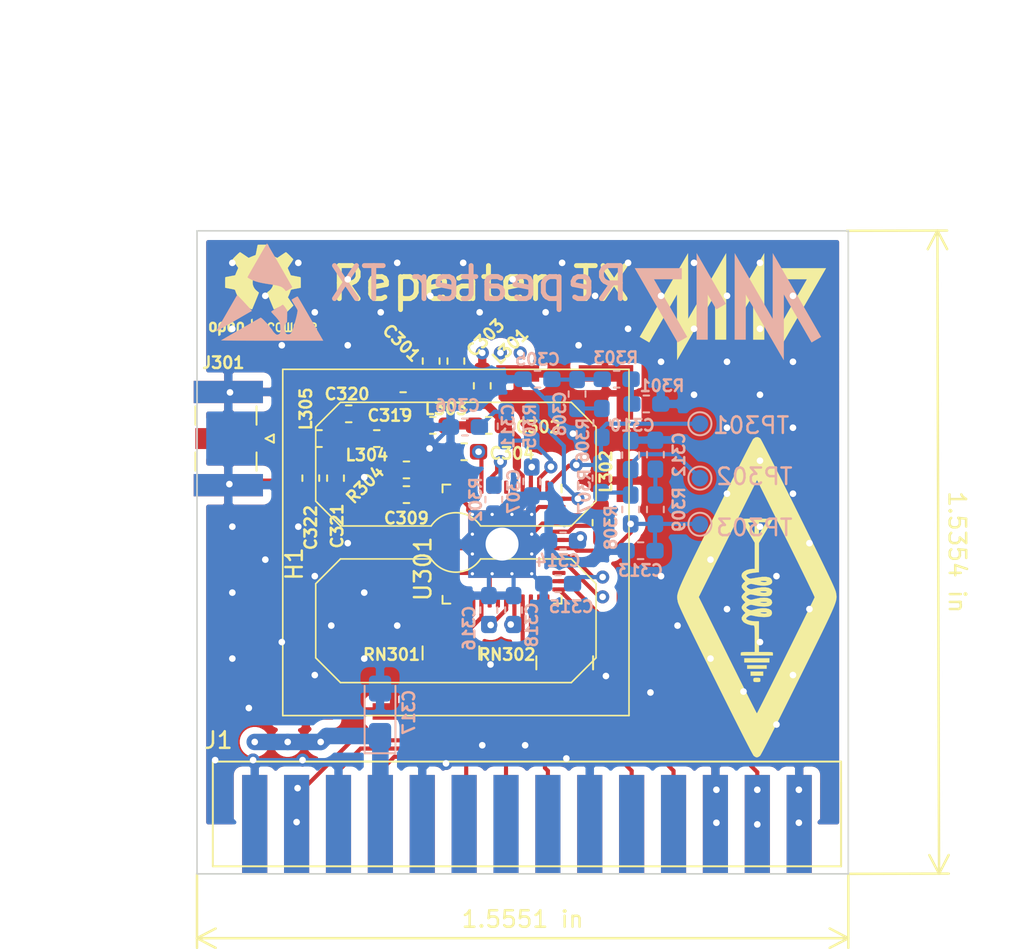
<source format=kicad_pcb>
(kicad_pcb (version 20171130) (host pcbnew "(5.1.5)-3")
  (layers (0 F.Cu signal) (1 In1.Cu signal) (2 In2.Cu signal) (31 B.Cu signal) (34 B.Paste user) (35 F.Paste user) (36 B.SilkS user) (37 F.SilkS user) (38 B.Mask user) (39 F.Mask user) (44 Edge.Cuts user))
  (net 0 "")
  (net 1 +3V3)
  (net 2 GND)
  (net 3 "Net-(C302-Pad2)")
  (net 4 TX)
  (net 5 "Net-(C305-Pad2)")
  (net 6 "Net-(C306-Pad1)")
  (net 7 "Net-(C308-Pad1)")
  (net 8 "Net-(C309-Pad1)")
  (net 9 "Net-(C310-Pad1)")
  (net 10 "Net-(C311-Pad1)")
  (net 11 "Net-(C311-Pad2)")
  (net 12 "Net-(C312-Pad1)")
  (net 13 "Net-(C313-Pad1)")
  (net 14 "Net-(C315-Pad1)")
  (net 15 "Net-(C316-Pad2)")
  (net 16 "Net-(C319-Pad1)")
  (net 17 "Net-(C320-Pad2)")
  (net 18 "Net-(C320-Pad1)")
  (net 19 "Net-(C322-Pad2)")
  (net 20 "Net-(L302-Pad2)")
  (net 21 "Net-(L302-Pad1)")
  (net 22 FM_MOD)
  (net 23 "Net-(R302-Pad1)")
  (net 24 "Net-(R304-Pad1)")
  (net 25 "Net-(R306-Pad1)")
  (net 26 "Net-(RN301-Pad2)")
  (net 27 "Net-(RN301-Pad3)")
  (net 28 "Net-(RN301-Pad1)")
  (net 29 "Net-(RN301-Pad4)")
  (net 30 ADF_SCLK)
  (net 31 ADF_SREAD)
  (net 32 ADF_SDATA)
  (net 33 ADF_SLE)
  (net 34 SPI2_MOSI)
  (net 35 SPI2_MISO)
  (net 36 SPI2_SCK)
  (net 37 ADF_MUXOUT)
  (net 38 "Net-(RN302-Pad4)")
  (net 39 "Net-(RN302-Pad1)")
  (net 40 "Net-(RN302-Pad3)")
  (net 41 "Net-(RN302-Pad2)")
  (net 42 "Net-(U301-Pad6)")
  (net 43 "Net-(U301-Pad7)")
  (net 44 "Net-(U301-Pad13)")
  (net 45 "Net-(U301-Pad14)")
  (net 46 "Net-(U301-Pad15)")
  (net 47 "Net-(U301-Pad16)")
  (net 48 "Net-(U301-Pad17)")
  (net 49 "Net-(U301-Pad18)")
  (net 50 "Net-(U301-Pad20)")
  (net 51 "Net-(U301-Pad21)")
  (net 52 "Net-(U301-Pad23)")
  (net 53 ADF_CE)
  (net 54 "Net-(U301-Pad30)")
  (net 55 ADF_SWD)
  (net 56 "Net-(U301-Pad39)")
  (net 57 EXT_OSC2_IN)
  (net 58 "Net-(J1-Pad1)")
  (net 59 "Net-(J1-Pad12)")
  (net 60 "Net-(J1-Pad14)")
  (net 61 "Net-(J1-Pad16)")
  (net 62 "Net-(J1-Pad20)")
  (net 63 "Net-(J1-Pad22)")
  (module Symbol:OSHW-Logo2_7.3x6mm_SilkScreen (layer F.Cu) (at 135.5 92.6)
    (fp_text reference REF** hide)
    (fp_text value OSHW-Logo2_7.3x6mm_SilkScreen hide)
  )
  (module lib:m17_silk_Logo (layer B.Cu) (at 163.7 93.6 180)
    (fp_text reference G*** hide)
    (fp_text value LOGO hide)
  )
  (module Symbol:ESD-Logo_6.6x6mm_SilkScreen (layer B.Cu) (at 135.9 92.7 180)
    (fp_text reference REF** hide)
    (fp_text value ESD-Logo_6.6x6mm_SilkScreen hide)
  )
  (module lib:m17_silk_Logo (layer F.Cu) (at 164 93.6)
    (fp_text reference G*** hide)
    (fp_text value LOGO hide)
  )
  (module lib:Ham_Logo (layer F.Cu) (at 165.2 111.2)
    (fp_text reference G*** hide)
    (fp_text value LOGO hide)
  )
  (module Connector_Coaxial:SMA_Samtec_SMA-J-P-X-ST-EM1_EdgeMount (layer F.Cu) (at 133.4 101.6 270)
    (fp_text reference J301 (at -4.6 0.3 180) (layer F.SilkS) (effects (font (size 0.7 0.7))))
    (fp_text value Out)
    (pad 2 smd rect (at -2.825 0 270) (size 1.35 4.2) (layers B.Cu B.Paste B.Mask) (net 2 GND))
    (pad 2 smd rect (at 2.825 0 270) (size 1.35 4.2) (layers B.Cu B.Paste B.Mask) (net 2 GND))
    (pad 2 smd rect (at -2.825 0 270) (size 1.35 4.2) (layers F.Cu F.Paste F.Mask) (net 2 GND))
    (pad 2 smd rect (at 2.825 0 270) (size 1.35 4.2) (layers F.Cu F.Paste F.Mask) (net 2 GND))
    (pad 1 smd rect (at 0 0.2 270) (size 1.27 3.6) (layers F.Cu F.Paste F.Mask) (net 19 "Net-(C322-Pad2)"))
  )
  (module Capacitor_SMD:C_0603_1608Metric_Pad1.05x0.95mm_HandSolder (layer F.Cu) (at 139.9 104 90)
    (fp_text reference C321 (at -2.9 0.1 90) (layer F.SilkS) (effects (font (size 0.7 0.7))))
    (fp_text value 9p1)
    (pad 2 smd roundrect (at 0.875 0 90) (size 1.05 0.95) (layers F.Cu F.Paste F.Mask) (net 18 "Net-(C320-Pad1)"))
    (pad 1 smd roundrect (at -0.875 0 90) (size 1.05 0.95) (layers F.Cu F.Paste F.Mask) (net 2 GND))
  )
  (module Capacitor_SMD:C_0603_1608Metric_Pad1.05x0.95mm_HandSolder (layer F.Cu) (at 149.2 100.8)
    (fp_text reference C302 (at 3 0.1) (layer F.SilkS) (effects (font (size 0.7 0.7))))
    (fp_text value 10p)
    (pad 2 smd roundrect (at 0.875 0) (size 1.05 0.95) (layers F.Cu F.Paste F.Mask) (net 3 "Net-(C302-Pad2)"))
    (pad 1 smd roundrect (at -0.875 0) (size 1.05 0.95) (layers F.Cu F.Paste F.Mask) (net 4 TX))
  )
  (module Capacitor_SMD:C_0603_1608Metric_Pad1.05x0.95mm_HandSolder (layer F.Cu) (at 138.4 104 90)
    (fp_text reference C322 (at -3 0 90) (layer F.SilkS) (effects (font (size 0.7 0.7))))
    (fp_text value 9p1)
    (pad 1 smd roundrect (at -0.875 0 90) (size 1.05 0.95) (layers F.Cu F.Paste F.Mask) (net 2 GND))
    (pad 2 smd roundrect (at 0.875 0 90) (size 1.05 0.95) (layers F.Cu F.Paste F.Mask) (net 19 "Net-(C322-Pad2)"))
  )
  (module Capacitor_SMD:C_0603_1608Metric_Pad1.05x0.95mm_HandSolder (layer F.Cu) (at 144 99.3 180)
    (fp_text reference C319 (at 0.8 -0.9) (layer F.SilkS) (effects (font (size 0.7 0.7))))
    (fp_text value 6p8)
    (pad 1 smd roundrect (at -0.875 0 180) (size 1.05 0.95) (layers F.Cu F.Paste F.Mask) (net 16 "Net-(C319-Pad1)"))
    (pad 2 smd roundrect (at 0.875 0 180) (size 1.05 0.95) (layers F.Cu F.Paste F.Mask) (net 2 GND))
  )
  (module Capacitor_SMD:C_0603_1608Metric_Pad1.05x0.95mm_HandSolder (layer F.Cu) (at 140.7 100.1)
    (fp_text reference C320 (at -0.1 -1.2) (layer F.SilkS) (effects (font (size 0.7 0.7))))
    (fp_text value 1000p)
    (pad 1 smd roundrect (at -0.875 0) (size 1.05 0.95) (layers F.Cu F.Paste F.Mask) (net 18 "Net-(C320-Pad1)"))
    (pad 2 smd roundrect (at 0.875 0) (size 1.05 0.95) (layers F.Cu F.Paste F.Mask) (net 17 "Net-(C320-Pad2)"))
  )
  (module Inductor_SMD:L_0603_1608Metric_Pad1.05x0.95mm_HandSolder (layer F.Cu) (at 145.8 100.8 180)
    (fp_text reference L303 (at -0.8 1) (layer F.SilkS) (effects (font (size 0.7 0.7))))
    (fp_text value 20n)
    (pad 1 smd roundrect (at -0.875 0 180) (size 1.05 0.95) (layers F.Cu F.Paste F.Mask) (net 4 TX))
    (pad 2 smd roundrect (at 0.875 0 180) (size 1.05 0.95) (layers F.Cu F.Paste F.Mask) (net 16 "Net-(C319-Pad1)"))
  )
  (module Inductor_SMD:L_0603_1608Metric_Pad1.05x0.95mm_HandSolder (layer F.Cu) (at 138.9 101.6 180)
    (fp_text reference L305 (at 0.8 1.8 90) (layer F.SilkS) (effects (font (size 0.7 0.7))))
    (fp_text value 15nH)
    (pad 1 smd roundrect (at -0.875 0 180) (size 1.05 0.95) (layers F.Cu F.Paste F.Mask) (net 18 "Net-(C320-Pad1)"))
    (pad 2 smd roundrect (at 0.875 0 180) (size 1.05 0.95) (layers F.Cu F.Paste F.Mask) (net 19 "Net-(C322-Pad2)"))
  )
  (module Inductor_SMD:L_0603_1608Metric_Pad1.05x0.95mm_HandSolder (layer F.Cu) (at 142.4 101.6 180)
    (fp_text reference L304 (at 0.6 -1) (layer F.SilkS) (effects (font (size 0.7 0.7))))
    (fp_text value 22n)
    (pad 2 smd roundrect (at 0.875 0 180) (size 1.05 0.95) (layers F.Cu F.Paste F.Mask) (net 17 "Net-(C320-Pad2)"))
    (pad 1 smd roundrect (at -0.875 0 180) (size 1.05 0.95) (layers F.Cu F.Paste F.Mask) (net 16 "Net-(C319-Pad1)"))
  )
  (module Capacitor_SMD:C_0603_1608Metric_Pad1.05x0.95mm_HandSolder (layer F.Cu) (at 144.2 105 180)
    (fp_text reference C309 (at 0 -1.43) (layer F.SilkS) (effects (font (size 0.7 0.7))))
    (fp_text value 100n)
    (pad 2 smd roundrect (at 0.875 0 180) (size 1.05 0.95) (layers F.Cu F.Paste F.Mask) (net 2 GND))
    (pad 1 smd roundrect (at -0.875 0 180) (size 1.05 0.95) (layers F.Cu F.Paste F.Mask) (net 8 "Net-(C309-Pad1)"))
  )
  (module Capacitor_SMD:C_0603_1608Metric_Pad1.05x0.95mm_HandSolder (layer B.Cu) (at 151.8 100.85 270)
    (fp_text reference C311 (at 0 1.43 270) (layer B.SilkS) (effects (font (size 0.7 0.7)) (justify mirror)))
    (fp_text value 22n)
    (pad 1 smd roundrect (at -0.875 0 270) (size 1.05 0.95) (layers B.Cu B.Paste B.Mask) (net 10 "Net-(C311-Pad1)"))
    (pad 2 smd roundrect (at 0.875 0 270) (size 1.05 0.95) (layers B.Cu B.Paste B.Mask) (net 11 "Net-(C311-Pad2)"))
  )
  (module Resistor_SMD:R_0603_1608Metric_Pad1.05x0.95mm_HandSolder (layer F.Cu) (at 144.2 103.5 180)
    (fp_text reference R304 (at 2.5 -0.9 45 unlocked) (layer F.SilkS) (effects (font (size 0.7 0.7))))
    (fp_text value 3k6)
    (pad 1 smd roundrect (at -0.875 0 180) (size 1.05 0.95) (layers F.Cu F.Paste F.Mask) (net 24 "Net-(R304-Pad1)"))
    (pad 2 smd roundrect (at 0.875 0 180) (size 1.05 0.95) (layers F.Cu F.Paste F.Mask) (net 2 GND))
  )
  (module Package_CSP:LFCSP-48-1EP_7x7mm_P0.5mm_EP4.1x4.1mm_ThermalVias (layer F.Cu) (at 150 108 270)
    (fp_text reference U301 (at 1.5 4.8 270) (layer F.SilkS))
    (fp_text value ADF7021)
    (pad 1 smd roundrect (at -3.45 -2.75 270) (size 0.8 0.25) (layers F.Cu F.Paste F.Mask) (net 25 "Net-(R306-Pad1)"))
    (pad 2 smd roundrect (at -3.45 -2.25 270) (size 0.8 0.25) (layers F.Cu F.Paste F.Mask) (net 11 "Net-(C311-Pad2)"))
    (pad 3 smd roundrect (at -3.45 -1.75 270) (size 0.8 0.25) (layers F.Cu F.Paste F.Mask) (net 1 +3V3))
    (pad 4 smd roundrect (at -3.45 -1.25 270) (size 0.8 0.25) (layers F.Cu F.Paste F.Mask) (net 3 "Net-(C302-Pad2)"))
    (pad 5 smd roundrect (at -3.45 -0.75 270) (size 0.8 0.25) (layers F.Cu F.Paste F.Mask) (net 2 GND))
    (pad 6 smd roundrect (at -3.45 -0.25 270) (size 0.8 0.25) (layers F.Cu F.Paste F.Mask) (net 42 "Net-(U301-Pad6)"))
    (pad 7 smd roundrect (at -3.45 0.25 270) (size 0.8 0.25) (layers F.Cu F.Paste F.Mask) (net 43 "Net-(U301-Pad7)"))
    (pad 8 smd roundrect (at -3.45 0.75 270) (size 0.8 0.25) (layers F.Cu F.Paste F.Mask) (net 23 "Net-(R302-Pad1)"))
    (pad 9 smd roundrect (at -3.45 1.25 270) (size 0.8 0.25) (layers F.Cu F.Paste F.Mask) (net 1 +3V3))
    (pad 10 smd roundrect (at -3.45 1.75 270) (size 0.8 0.25) (layers F.Cu F.Paste F.Mask) (net 24 "Net-(R304-Pad1)"))
    (pad 11 smd roundrect (at -3.45 2.25 270) (size 0.8 0.25) (layers F.Cu F.Paste F.Mask) (net 8 "Net-(C309-Pad1)"))
    (pad 12 smd roundrect (at -3.45 2.75 270) (size 0.8 0.25) (layers F.Cu F.Paste F.Mask) (net 2 GND))
    (pad 13 smd roundrect (at -2.75 3.45 270) (size 0.25 0.8) (layers F.Cu F.Paste F.Mask) (net 44 "Net-(U301-Pad13)"))
    (pad 14 smd roundrect (at -2.25 3.45 270) (size 0.25 0.8) (layers F.Cu F.Paste F.Mask) (net 45 "Net-(U301-Pad14)"))
    (pad 15 smd roundrect (at -1.75 3.45 270) (size 0.25 0.8) (layers F.Cu F.Paste F.Mask) (net 46 "Net-(U301-Pad15)"))
    (pad 16 smd roundrect (at -1.25 3.45 270) (size 0.25 0.8) (layers F.Cu F.Paste F.Mask) (net 47 "Net-(U301-Pad16)"))
    (pad 17 smd roundrect (at -0.75 3.45 270) (size 0.25 0.8) (layers F.Cu F.Paste F.Mask) (net 48 "Net-(U301-Pad17)"))
    (pad 18 smd roundrect (at -0.25 3.45 270) (size 0.25 0.8) (layers F.Cu F.Paste F.Mask) (net 49 "Net-(U301-Pad18)"))
    (pad 19 smd roundrect (at 0.25 3.45 270) (size 0.25 0.8) (layers F.Cu F.Paste F.Mask) (net 2 GND))
    (pad 20 smd roundrect (at 0.75 3.45 270) (size 0.25 0.8) (layers F.Cu F.Paste F.Mask) (net 50 "Net-(U301-Pad20)"))
    (pad 21 smd roundrect (at 1.25 3.45 270) (size 0.25 0.8) (layers F.Cu F.Paste F.Mask) (net 51 "Net-(U301-Pad21)"))
    (pad 22 smd roundrect (at 1.75 3.45 270) (size 0.25 0.8) (layers F.Cu F.Paste F.Mask) (net 2 GND))
    (pad 23 smd roundrect (at 2.25 3.45 270) (size 0.25 0.8) (layers F.Cu F.Paste F.Mask) (net 52 "Net-(U301-Pad23)"))
    (pad 24 smd roundrect (at 2.75 3.45 270) (size 0.25 0.8) (layers F.Cu F.Paste F.Mask) (net 53 ADF_CE))
    (pad 25 smd roundrect (at 3.45 2.75 270) (size 0.8 0.25) (layers F.Cu F.Paste F.Mask) (net 29 "Net-(RN301-Pad4)"))
    (pad 26 smd roundrect (at 3.45 2.25 270) (size 0.8 0.25) (layers F.Cu F.Paste F.Mask) (net 27 "Net-(RN301-Pad3)"))
    (pad 27 smd roundrect (at 3.45 1.75 270) (size 0.8 0.25) (layers F.Cu F.Paste F.Mask) (net 26 "Net-(RN301-Pad2)"))
    (pad 28 smd roundrect (at 3.45 1.25 270) (size 0.8 0.25) (layers F.Cu F.Paste F.Mask) (net 28 "Net-(RN301-Pad1)"))
    (pad 29 smd roundrect (at 3.45 0.75 270) (size 0.8 0.25) (layers F.Cu F.Paste F.Mask) (net 2 GND))
    (pad 30 smd roundrect (at 3.45 0.25 270) (size 0.8 0.25) (layers F.Cu F.Paste F.Mask) (net 54 "Net-(U301-Pad30)"))
    (pad 31 smd roundrect (at 3.45 -0.25 270) (size 0.8 0.25) (layers F.Cu F.Paste F.Mask) (net 15 "Net-(C316-Pad2)"))
    (pad 32 smd roundrect (at 3.45 -0.75 270) (size 0.8 0.25) (layers F.Cu F.Paste F.Mask) (net 1 +3V3))
    (pad 33 smd roundrect (at 3.45 -1.25 270) (size 0.8 0.25) (layers F.Cu F.Paste F.Mask) (net 55 ADF_SWD))
    (pad 34 smd roundrect (at 3.45 -1.75 270) (size 0.8 0.25) (layers F.Cu F.Paste F.Mask) (net 38 "Net-(RN302-Pad4)"))
    (pad 35 smd roundrect (at 3.45 -2.25 270) (size 0.8 0.25) (layers F.Cu F.Paste F.Mask) (net 40 "Net-(RN302-Pad3)"))
    (pad 36 smd roundrect (at 3.45 -2.75 270) (size 0.8 0.25) (layers F.Cu F.Paste F.Mask) (net 41 "Net-(RN302-Pad2)"))
    (pad 37 smd roundrect (at 2.75 -3.45 270) (size 0.25 0.8) (layers F.Cu F.Paste F.Mask) (net 39 "Net-(RN302-Pad1)"))
    (pad 38 smd roundrect (at 2.25 -3.45 270) (size 0.25 0.8) (layers F.Cu F.Paste F.Mask) (net 57 EXT_OSC2_IN))
    (pad 39 smd roundrect (at 1.75 -3.45 270) (size 0.25 0.8) (layers F.Cu F.Paste F.Mask) (net 56 "Net-(U301-Pad39)"))
    (pad 40 smd roundrect (at 1.25 -3.45 270) (size 0.25 0.8) (layers F.Cu F.Paste F.Mask) (net 1 +3V3))
    (pad 41 smd roundrect (at 0.75 -3.45 270) (size 0.25 0.8) (layers F.Cu F.Paste F.Mask) (net 14 "Net-(C315-Pad1)"))
    (pad 42 smd roundrect (at 0.25 -3.45 270) (size 0.25 0.8) (layers F.Cu F.Paste F.Mask) (net 13 "Net-(C313-Pad1)"))
    (pad 43 smd roundrect (at -0.25 -3.45 270) (size 0.25 0.8) (layers F.Cu F.Paste F.Mask) (net 1 +3V3))
    (pad 44 smd roundrect (at -0.75 -3.45 270) (size 0.25 0.8) (layers F.Cu F.Paste F.Mask) (net 20 "Net-(L302-Pad2)"))
    (pad 45 smd roundrect (at -1.25 -3.45 270) (size 0.25 0.8) (layers F.Cu F.Paste F.Mask) (net 2 GND))
    (pad 46 smd roundrect (at -1.75 -3.45 270) (size 0.25 0.8) (layers F.Cu F.Paste F.Mask) (net 21 "Net-(L302-Pad1)"))
    (pad 47 smd roundrect (at -2.25 -3.45 270) (size 0.25 0.8) (layers F.Cu F.Paste F.Mask) (net 2 GND))
    (pad 48 smd roundrect (at -2.75 -3.45 270) (size 0.25 0.8) (layers F.Cu F.Paste F.Mask) (net 10 "Net-(C311-Pad1)"))
    (pad 49 smd rect (at 0 0 270) (size 4.1 4.1) (layers F.Cu F.Mask) (net 2 GND))
    (pad 49 thru_hole circle (at -1.8 -1.8 270) (size 0.5 0.5) (drill 0.2) (layers *.Cu) (net 2 GND))
    (pad 49 thru_hole circle (at -0.6 -1.8 270) (size 0.5 0.5) (drill 0.2) (layers *.Cu) (net 2 GND))
    (pad 49 thru_hole circle (at 0.6 -1.8 270) (size 0.5 0.5) (drill 0.2) (layers *.Cu) (net 2 GND))
    (pad 49 thru_hole circle (at 1.8 -1.8 270) (size 0.5 0.5) (drill 0.2) (layers *.Cu) (net 2 GND))
    (pad 49 thru_hole circle (at -1.8 -0.6 270) (size 0.5 0.5) (drill 0.2) (layers *.Cu) (net 2 GND))
    (pad 49 thru_hole circle (at 0 0 270) (size 2.5 2.5) (drill 2) (layers *.Cu) (net 2 GND))
    (pad 49 thru_hole circle (at 1.8 -0.6 270) (size 0.5 0.5) (drill 0.2) (layers *.Cu) (net 2 GND))
    (pad 49 thru_hole circle (at -1.8 0.6 270) (size 0.5 0.5) (drill 0.2) (layers *.Cu) (net 2 GND))
    (pad 49 thru_hole circle (at 1.8 0.6 270) (size 0.5 0.5) (drill 0.2) (layers *.Cu) (net 2 GND))
    (pad 49 thru_hole circle (at -1.8 1.8 270) (size 0.5 0.5) (drill 0.2) (layers *.Cu) (net 2 GND))
    (pad 49 thru_hole circle (at -0.6 1.8 270) (size 0.5 0.5) (drill 0.2) (layers *.Cu) (net 2 GND))
    (pad 49 thru_hole circle (at 0.6 1.8 270) (size 0.5 0.5) (drill 0.2) (layers *.Cu) (net 2 GND))
    (pad 49 thru_hole circle (at 1.8 1.8 270) (size 0.5 0.5) (drill 0.2) (layers *.Cu) (net 2 GND))
    (pad 49 smd rect (at 0 0 270) (size 4.1 4.1) (layers B.Cu) (net 2 GND))
  )
  (module Capacitor_SMD:C_0603_1608Metric_Pad1.05x0.95mm_HandSolder (layer F.Cu) (at 145.7 96.9 90)
    (fp_text reference C301 (at 1.1 -1.8 315 unlocked) (layer F.SilkS) (effects (font (size 0.7 0.7))))
    (fp_text value 220p)
    (pad 1 smd roundrect (at -0.875 0 90) (size 1.05 0.95) (layers F.Cu F.Paste F.Mask) (net 1 +3V3))
    (pad 2 smd roundrect (at 0.875 0 90) (size 1.05 0.95) (layers F.Cu F.Paste F.Mask) (net 2 GND))
  )
  (module Capacitor_SMD:C_0603_1608Metric_Pad1.05x0.95mm_HandSolder (layer F.Cu) (at 147.2 96.9 90)
    (fp_text reference C303 (at 1.4 1.8 45 unlocked) (layer F.SilkS) (effects (font (size 0.7 0.7))))
    (fp_text value 10n)
    (pad 1 smd roundrect (at -0.875 0 90) (size 1.05 0.95) (layers F.Cu F.Paste F.Mask) (net 1 +3V3))
    (pad 2 smd roundrect (at 0.875 0 90) (size 1.05 0.95) (layers F.Cu F.Paste F.Mask) (net 2 GND))
  )
  (module Capacitor_SMD:C_0603_1608Metric_Pad1.05x0.95mm_HandSolder (layer F.Cu) (at 147.7 102.4 180)
    (fp_text reference C304 (at -2.9 -0.1) (layer F.SilkS) (effects (font (size 0.7 0.7))))
    (fp_text value 10n)
    (pad 1 smd roundrect (at -0.875 0 180) (size 1.05 0.95) (layers F.Cu F.Paste F.Mask) (net 1 +3V3))
    (pad 2 smd roundrect (at 0.875 0 180) (size 1.05 0.95) (layers F.Cu F.Paste F.Mask) (net 2 GND))
  )
  (module Capacitor_SMD:C_0603_1608Metric_Pad1.05x0.95mm_HandSolder (layer B.Cu) (at 152.15 98)
    (fp_text reference C305 (at 0 -1.2) (layer B.SilkS) (effects (font (size 0.7 0.7)) (justify mirror)))
    (fp_text value 2n2)
    (pad 1 smd roundrect (at -0.875 0) (size 1.05 0.95) (layers B.Cu B.Paste B.Mask) (net 2 GND))
    (pad 2 smd roundrect (at 0.875 0) (size 1.05 0.95) (layers B.Cu B.Paste B.Mask) (net 5 "Net-(C305-Pad2)"))
  )
  (module Capacitor_SMD:C_0603_1608Metric_Pad1.05x0.95mm_HandSolder (layer B.Cu) (at 147.75 100.9 180)
    (fp_text reference C306 (at 0.45 1.3) (layer B.SilkS) (effects (font (size 0.7 0.7)) (justify mirror)))
    (fp_text value 100n)
    (pad 2 smd roundrect (at 0.875 0 180) (size 1.05 0.95) (layers B.Cu B.Paste B.Mask) (net 2 GND))
    (pad 1 smd roundrect (at -0.875 0 180) (size 1.05 0.95) (layers B.Cu B.Paste B.Mask) (net 6 "Net-(C306-Pad1)"))
  )
  (module Capacitor_SMD:C_0603_1608Metric_Pad1.05x0.95mm_HandSolder (layer B.Cu) (at 151.8 104.2 270)
    (fp_text reference C307 (at 0.6 1.1 90) (layer B.SilkS) (effects (font (size 0.7 0.7)) (justify mirror)))
    (fp_text value 10n)
    (pad 1 smd roundrect (at -0.875 0 270) (size 1.05 0.95) (layers B.Cu B.Paste B.Mask) (net 1 +3V3))
    (pad 2 smd roundrect (at 0.875 0 270) (size 1.05 0.95) (layers B.Cu B.Paste B.Mask) (net 2 GND))
  )
  (module Capacitor_SMD:C_0603_1608Metric_Pad1.05x0.95mm_HandSolder (layer B.Cu) (at 154.55 98.9 90)
    (fp_text reference C308 (at -1.2 -1.05 90) (layer B.SilkS) (effects (font (size 0.7 0.7)) (justify mirror)))
    (fp_text value 100n)
    (pad 2 smd roundrect (at 0.875 0 90) (size 1.05 0.95) (layers B.Cu B.Paste B.Mask) (net 5 "Net-(C305-Pad2)"))
    (pad 1 smd roundrect (at -0.875 0 90) (size 1.05 0.95) (layers B.Cu B.Paste B.Mask) (net 7 "Net-(C308-Pad1)"))
  )
  (module Capacitor_SMD:C_0603_1608Metric_Pad1.05x0.95mm_HandSolder (layer B.Cu) (at 157.8 102.6 90)
    (fp_text reference C310 (at 1.8 0.1 180) (layer B.SilkS) (effects (font (size 0.7 0.7)) (justify mirror)))
    (fp_text value 470p)
    (pad 2 smd roundrect (at 0.875 0 90) (size 1.05 0.95) (layers B.Cu B.Paste B.Mask) (net 2 GND))
    (pad 1 smd roundrect (at -0.875 0 90) (size 1.05 0.95) (layers B.Cu B.Paste B.Mask) (net 9 "Net-(C310-Pad1)"))
  )
  (module Capacitor_SMD:C_0603_1608Metric_Pad1.05x0.95mm_HandSolder (layer B.Cu) (at 159.3 102.575 90)
    (fp_text reference C312 (at 0 1.43 90) (layer B.SilkS) (effects (font (size 0.7 0.7)) (justify mirror)))
    (fp_text value 15n)
    (pad 2 smd roundrect (at 0.875 0 90) (size 1.05 0.95) (layers B.Cu B.Paste B.Mask) (net 2 GND))
    (pad 1 smd roundrect (at -0.875 0 90) (size 1.05 0.95) (layers B.Cu B.Paste B.Mask) (net 12 "Net-(C312-Pad1)"))
  )
  (module Capacitor_SMD:C_0603_1608Metric_Pad1.05x0.95mm_HandSolder (layer B.Cu) (at 158.4 108.4 180)
    (fp_text reference C313 (at 0 -1.2 180) (layer B.SilkS) (effects (font (size 0.7 0.7)) (justify mirror)))
    (fp_text value 1n)
    (pad 2 smd roundrect (at 0.875 0 180) (size 1.05 0.95) (layers B.Cu B.Paste B.Mask) (net 2 GND))
    (pad 1 smd roundrect (at -0.875 0 180) (size 1.05 0.95) (layers B.Cu B.Paste B.Mask) (net 13 "Net-(C313-Pad1)"))
  )
  (module Capacitor_SMD:C_0603_1608Metric_Pad1.05x0.95mm_HandSolder (layer B.Cu) (at 153.7 107.8 180)
    (fp_text reference C314 (at 0.3 -1.2) (layer B.SilkS) (effects (font (size 0.7 0.7)) (justify mirror)))
    (fp_text value 10n)
    (pad 2 smd roundrect (at 0.875 0 180) (size 1.05 0.95) (layers B.Cu B.Paste B.Mask) (net 2 GND))
    (pad 1 smd roundrect (at -0.875 0 180) (size 1.05 0.95) (layers B.Cu B.Paste B.Mask) (net 1 +3V3))
  )
  (module Capacitor_SMD:C_0603_1608Metric_Pad1.05x0.95mm_HandSolder (layer B.Cu) (at 153.4 110.4 180)
    (fp_text reference C315 (at -0.8 -1.4) (layer B.SilkS) (effects (font (size 0.7 0.7)) (justify mirror)))
    (fp_text value 100n)
    (pad 1 smd roundrect (at -0.875 0 180) (size 1.05 0.95) (layers B.Cu B.Paste B.Mask) (net 14 "Net-(C315-Pad1)"))
    (pad 2 smd roundrect (at 0.875 0 180) (size 1.05 0.95) (layers B.Cu B.Paste B.Mask) (net 2 GND))
  )
  (module Capacitor_SMD:C_0603_1608Metric_Pad1.05x0.95mm_HandSolder (layer B.Cu) (at 149.2 112 270)
    (fp_text reference C316 (at 1.1 1.2 270) (layer B.SilkS) (effects (font (size 0.7 0.7)) (justify mirror)))
    (fp_text value 100n)
    (pad 2 smd roundrect (at 0.875 0 270) (size 1.05 0.95) (layers B.Cu B.Paste B.Mask) (net 15 "Net-(C316-Pad2)"))
    (pad 1 smd roundrect (at -0.875 0 270) (size 1.05 0.95) (layers B.Cu B.Paste B.Mask) (net 2 GND))
  )
  (module Capacitor_Tantalum_SMD:CP_EIA-3216-18_Kemet-A_Pad1.58x1.35mm_HandSolder (layer B.Cu) (at 142.6 118.2 90)
    (fp_text reference C317 (at 0 1.75 90) (layer B.SilkS) (effects (font (size 0.7 0.7)) (justify mirror)))
    (fp_text value 22u/TA)
    (pad 1 smd roundrect (at -1.4375 0 90) (size 1.575 1.35) (layers B.Cu B.Paste B.Mask) (roundrect_rratio 0.185185) (net 1 +3V3))
    (pad 2 smd roundrect (at 1.4375 0 90) (size 1.575 1.35) (layers B.Cu B.Paste B.Mask) (roundrect_rratio 0.185185) (net 2 GND))
  )
  (module Capacitor_SMD:C_0603_1608Metric_Pad1.05x0.95mm_HandSolder (layer B.Cu) (at 150.7 112 90)
    (fp_text reference C318 (at -0.9 1.1 -90) (layer B.SilkS) (effects (font (size 0.7 0.7)) (justify mirror)))
    (fp_text value 10n)
    (pad 1 smd roundrect (at -0.875 0 90) (size 1.05 0.95) (layers B.Cu B.Paste B.Mask) (net 1 +3V3))
    (pad 2 smd roundrect (at 0.875 0 90) (size 1.05 0.95) (layers B.Cu B.Paste B.Mask) (net 2 GND))
  )
  (module Inductor_SMD:L_0603_1608Metric_Pad1.05x0.95mm_HandSolder (layer F.Cu) (at 148.8 98.4 270)
    (fp_text reference L301 (at -2.4 -1.7 45 unlocked) (layer F.SilkS) (effects (font (size 0.7 0.7))))
    (fp_text value 15n)
    (pad 1 smd roundrect (at -0.875 0 270) (size 1.05 0.95) (layers F.Cu F.Paste F.Mask) (net 1 +3V3))
    (pad 2 smd roundrect (at 0.875 0 270) (size 1.05 0.95) (layers F.Cu F.Paste F.Mask) (net 3 "Net-(C302-Pad2)"))
  )
  (module Inductor_SMD:L_0603_1608Metric_Pad1.05x0.95mm_HandSolder (layer F.Cu) (at 156 106.7 270)
    (fp_text reference L302 (at -3.1 -0.3 90) (layer F.SilkS) (effects (font (size 0.7 0.7))))
    (fp_text value DNP)
    (pad 2 smd roundrect (at 0.875 0 270) (size 1.05 0.95) (layers F.Cu F.Paste F.Mask) (net 20 "Net-(L302-Pad2)"))
    (pad 1 smd roundrect (at -0.875 0 270) (size 1.05 0.95) (layers F.Cu F.Paste F.Mask) (net 21 "Net-(L302-Pad1)"))
  )
  (module Resistor_SMD:R_0603_1608Metric_Pad1.05x0.95mm_HandSolder (layer B.Cu) (at 158.75 99.5 180)
    (fp_text reference R301 (at -0.95 1.1) (layer B.SilkS) (effects (font (size 0.7 0.7)) (justify mirror)))
    (fp_text value 22k)
    (pad 1 smd roundrect (at -0.875 0 180) (size 1.05 0.95) (layers B.Cu B.Paste B.Mask) (net 2 GND))
    (pad 2 smd roundrect (at 0.875 0 180) (size 1.05 0.95) (layers B.Cu B.Paste B.Mask) (net 22 FM_MOD))
  )
  (module Resistor_SMD:R_0603_1608Metric_Pad1.05x0.95mm_HandSolder (layer B.Cu) (at 149.5 105.3 270)
    (fp_text reference R302 (at 0 1.1 270) (layer B.SilkS) (effects (font (size 0.7 0.7)) (justify mirror)))
    (fp_text value 1k1)
    (pad 1 smd roundrect (at -0.875 0 270) (size 1.05 0.95) (layers B.Cu B.Paste B.Mask) (net 23 "Net-(R302-Pad1)"))
    (pad 2 smd roundrect (at 0.875 0 270) (size 1.05 0.95) (layers B.Cu B.Paste B.Mask) (net 2 GND))
  )
  (module Resistor_SMD:R_0603_1608Metric_Pad1.05x0.95mm_HandSolder (layer B.Cu) (at 156.95 98 180)
    (fp_text reference R303 (at 0.05 1.3) (layer B.SilkS) (effects (font (size 0.7 0.7)) (justify mirror)))
    (fp_text value 47k)
    (pad 2 smd roundrect (at 0.875 0 180) (size 1.05 0.95) (layers B.Cu B.Paste B.Mask) (net 5 "Net-(C305-Pad2)"))
    (pad 1 smd roundrect (at -0.875 0 180) (size 1.05 0.95) (layers B.Cu B.Paste B.Mask) (net 22 FM_MOD))
  )
  (module Resistor_SMD:R_0603_1608Metric_Pad1.05x0.95mm_HandSolder (layer B.Cu) (at 150.25 100.85 90)
    (fp_text reference R305 (at 0 1.43 90) (layer B.SilkS) (effects (font (size 0.7 0.7)) (justify mirror)))
    (fp_text value 3R9)
    (pad 2 smd roundrect (at 0.875 0 90) (size 1.05 0.95) (layers B.Cu B.Paste B.Mask) (net 6 "Net-(C306-Pad1)"))
    (pad 1 smd roundrect (at -0.875 0 90) (size 1.05 0.95) (layers B.Cu B.Paste B.Mask) (net 11 "Net-(C311-Pad2)"))
  )
  (module Resistor_SMD:R_0603_1608Metric_Pad1.05x0.95mm_HandSolder (layer B.Cu) (at 156.05 100.65 90)
    (fp_text reference R306 (at -1.05 -1.15 270) (layer B.SilkS) (effects (font (size 0.7 0.7)) (justify mirror)))
    (fp_text value 47k)
    (pad 2 smd roundrect (at 0.875 0 90) (size 1.05 0.95) (layers B.Cu B.Paste B.Mask) (net 7 "Net-(C308-Pad1)"))
    (pad 1 smd roundrect (at -0.875 0 90) (size 1.05 0.95) (layers B.Cu B.Paste B.Mask) (net 25 "Net-(R306-Pad1)"))
  )
  (module Resistor_SMD:R_0603_1608Metric_Pad1.05x0.95mm_HandSolder (layer B.Cu) (at 156 104 90)
    (fp_text reference R307 (at -0.8 -1 90) (layer B.SilkS) (effects (font (size 0.7 0.7)) (justify mirror)))
    (fp_text value 100)
    (pad 1 smd roundrect (at -0.875 0 90) (size 1.05 0.95) (layers B.Cu B.Paste B.Mask) (net 9 "Net-(C310-Pad1)"))
    (pad 2 smd roundrect (at 0.875 0 90) (size 1.05 0.95) (layers B.Cu B.Paste B.Mask) (net 25 "Net-(R306-Pad1)"))
  )
  (module Resistor_SMD:R_0603_1608Metric_Pad1.05x0.95mm_HandSolder (layer B.Cu) (at 157.8 105.9 90)
    (fp_text reference R308 (at -1.1 -1.2 90) (layer B.SilkS) (effects (font (size 0.7 0.7)) (justify mirror)))
    (fp_text value 560)
    (pad 2 smd roundrect (at 0.875 0 90) (size 1.05 0.95) (layers B.Cu B.Paste B.Mask) (net 9 "Net-(C310-Pad1)"))
    (pad 1 smd roundrect (at -0.875 0 90) (size 1.05 0.95) (layers B.Cu B.Paste B.Mask) (net 13 "Net-(C313-Pad1)"))
  )
  (module Resistor_SMD:R_0603_1608Metric_Pad1.05x0.95mm_HandSolder (layer B.Cu) (at 159.3 105.9 90)
    (fp_text reference R309 (at 0 1.43 90) (layer B.SilkS) (effects (font (size 0.7 0.7)) (justify mirror)))
    (fp_text value 270)
    (pad 1 smd roundrect (at -0.875 0 90) (size 1.05 0.95) (layers B.Cu B.Paste B.Mask) (net 13 "Net-(C313-Pad1)"))
    (pad 2 smd roundrect (at 0.875 0 90) (size 1.05 0.95) (layers B.Cu B.Paste B.Mask) (net 12 "Net-(C312-Pad1)"))
  )
  (module Resistor_SMD:R_Array_Concave_4x0603 (layer F.Cu) (at 146.9 114.6 270)
    (fp_text reference RN301 (at 0.1 3.6 180) (layer F.SilkS) (effects (font (size 0.7 0.7))))
    (fp_text value "4 x 1k ISOLATED")
    (pad 2 smd rect (at -0.85 -0.4 270) (size 0.9 0.4) (layers F.Cu F.Paste F.Mask) (net 26 "Net-(RN301-Pad2)"))
    (pad 3 smd rect (at -0.85 0.4 270) (size 0.9 0.4) (layers F.Cu F.Paste F.Mask) (net 27 "Net-(RN301-Pad3)"))
    (pad 1 smd rect (at -0.85 -1.2 270) (size 0.9 0.4) (layers F.Cu F.Paste F.Mask) (net 28 "Net-(RN301-Pad1)"))
    (pad 4 smd rect (at -0.85 1.2 270) (size 0.9 0.4) (layers F.Cu F.Paste F.Mask) (net 29 "Net-(RN301-Pad4)"))
    (pad 8 smd rect (at 0.85 -1.2 270) (size 0.9 0.4) (layers F.Cu F.Paste F.Mask) (net 30 ADF_SCLK))
    (pad 7 smd rect (at 0.85 -0.4 270) (size 0.9 0.4) (layers F.Cu F.Paste F.Mask) (net 31 ADF_SREAD))
    (pad 6 smd rect (at 0.85 0.4 270) (size 0.9 0.4) (layers F.Cu F.Paste F.Mask) (net 32 ADF_SDATA))
    (pad 5 smd rect (at 0.85 1.2 270) (size 0.9 0.4) (layers F.Cu F.Paste F.Mask) (net 33 ADF_SLE))
  )
  (module Resistor_SMD:R_Array_Concave_4x0603 (layer F.Cu) (at 153.8 115.2 270)
    (fp_text reference RN302 (at -0.5 3.5 180) (layer F.SilkS) (effects (font (size 0.7 0.7))))
    (fp_text value "4 x 1k ISOLATED")
    (pad 5 smd rect (at 0.85 1.2 270) (size 0.9 0.4) (layers F.Cu F.Paste F.Mask) (net 34 SPI2_MOSI))
    (pad 6 smd rect (at 0.85 0.4 270) (size 0.9 0.4) (layers F.Cu F.Paste F.Mask) (net 35 SPI2_MISO))
    (pad 7 smd rect (at 0.85 -0.4 270) (size 0.9 0.4) (layers F.Cu F.Paste F.Mask) (net 36 SPI2_SCK))
    (pad 8 smd rect (at 0.85 -1.2 270) (size 0.9 0.4) (layers F.Cu F.Paste F.Mask) (net 37 ADF_MUXOUT))
    (pad 4 smd rect (at -0.85 1.2 270) (size 0.9 0.4) (layers F.Cu F.Paste F.Mask) (net 38 "Net-(RN302-Pad4)"))
    (pad 1 smd rect (at -0.85 -1.2 270) (size 0.9 0.4) (layers F.Cu F.Paste F.Mask) (net 39 "Net-(RN302-Pad1)"))
    (pad 3 smd rect (at -0.85 0.4 270) (size 0.9 0.4) (layers F.Cu F.Paste F.Mask) (net 40 "Net-(RN302-Pad3)"))
    (pad 2 smd rect (at -0.85 -0.4 270) (size 0.9 0.4) (layers F.Cu F.Paste F.Mask) (net 41 "Net-(RN302-Pad2)"))
  )
  (module TestPoint:TestPoint_Pad_D1.0mm (layer B.Cu) (at 162 100.7 180)
    (fp_text reference TP301 (at -3.1 -0.1) (layer B.SilkS) (effects (justify mirror)))
    (fp_text value TestPoint_Probe)
    (pad 1 smd circle (at 0 0 180) (size 1 1) (layers B.Cu B.Mask) (net 25 "Net-(R306-Pad1)"))
  )
  (module TestPoint:TestPoint_Pad_D1.0mm (layer B.Cu) (at 162 104 180)
    (fp_text reference TP302 (at -3.3 0.1) (layer B.SilkS) (effects (justify mirror)))
    (fp_text value TestPoint_Probe)
    (pad 1 smd circle (at 0 0 180) (size 1 1) (layers B.Cu B.Mask) (net 9 "Net-(C310-Pad1)"))
  )
  (module TestPoint:TestPoint_Pad_D1.0mm (layer B.Cu) (at 162 106.8 180)
    (fp_text reference TP303 (at -3.3 -0.2) (layer B.SilkS) (effects (justify mirror)))
    (fp_text value TestPoint_Probe)
    (pad 1 smd circle (at 0 0 180) (size 1 1) (layers B.Cu B.Mask) (net 13 "Net-(C313-Pad1)"))
  )
  (module edge_contact:edge_2x14pin (layer F.Cu) (at 135 125)
    (fp_text reference J1 (at -2.2 -5.1) (layer F.SilkS))
    (fp_text value Conn_02x14_Odd_Even)
    (pad 1 smd rect (at 0 0) (size 1.524 6) (layers F.Cu F.Paste F.Mask) (net 58 "Net-(J1-Pad1)"))
    (pad 3 smd rect (at 2.54 0) (size 1.524 6) (layers F.Cu F.Paste F.Mask) (net 53 ADF_CE))
    (pad 5 smd rect (at 5.08 0) (size 1.524 6) (layers F.Cu F.Paste F.Mask) (net 33 ADF_SLE))
    (pad 7 smd rect (at 7.62 0) (size 1.524 6) (layers F.Cu F.Paste F.Mask) (net 32 ADF_SDATA))
    (pad 9 smd rect (at 10.16 0) (size 1.524 6) (layers F.Cu F.Paste F.Mask) (net 31 ADF_SREAD))
    (pad 11 smd rect (at 12.7 0) (size 1.524 6) (layers F.Cu F.Paste F.Mask) (net 30 ADF_SCLK))
    (pad 13 smd rect (at 15.24 0) (size 1.524 6) (layers F.Cu F.Paste F.Mask) (net 55 ADF_SWD))
    (pad 15 smd rect (at 17.78 0) (size 1.524 6) (layers F.Cu F.Paste F.Mask) (net 34 SPI2_MOSI))
    (pad 17 smd rect (at 20.32 0) (size 1.524 6) (layers F.Cu F.Paste F.Mask) (net 35 SPI2_MISO))
    (pad 19 smd rect (at 22.86 0) (size 1.524 6) (layers F.Cu F.Paste F.Mask) (net 36 SPI2_SCK))
    (pad 21 smd rect (at 25.4 0) (size 1.524 6) (layers F.Cu F.Paste F.Mask) (net 37 ADF_MUXOUT))
    (pad 23 smd rect (at 27.94 0) (size 1.524 6) (layers F.Cu F.Paste F.Mask) (net 2 GND))
    (pad 25 smd rect (at 30.48 0) (size 1.524 6) (layers F.Cu F.Paste F.Mask) (net 57 EXT_OSC2_IN))
    (pad 27 smd rect (at 33.02 0) (size 1.524 6) (layers F.Cu F.Paste F.Mask) (net 2 GND))
    (pad 2 smd rect (at 0 0) (size 1.524 6) (layers B.Cu B.Paste B.Mask) (net 2 GND))
    (pad 4 smd rect (at 2.54 0) (size 1.524 6) (layers B.Cu B.Paste B.Mask) (net 53 ADF_CE))
    (pad 6 smd rect (at 5.08 0) (size 1.524 6) (layers B.Cu B.Paste B.Mask) (net 2 GND))
    (pad 8 smd rect (at 7.62 0) (size 1.524 6) (layers B.Cu B.Paste B.Mask) (net 1 +3V3))
    (pad 10 smd rect (at 10.16 0) (size 1.524 6) (layers B.Cu B.Paste B.Mask) (net 2 GND))
    (pad 12 smd rect (at 12.7 0) (size 1.524 6) (layers B.Cu B.Paste B.Mask) (net 59 "Net-(J1-Pad12)"))
    (pad 14 smd rect (at 15.24 0) (size 1.524 6) (layers B.Cu B.Paste B.Mask) (net 60 "Net-(J1-Pad14)"))
    (pad 16 smd rect (at 17.78 0) (size 1.524 6) (layers B.Cu B.Paste B.Mask) (net 61 "Net-(J1-Pad16)"))
    (pad 18 smd rect (at 20.32 0) (size 1.524 6) (layers B.Cu B.Paste B.Mask) (net 2 GND))
    (pad 20 smd rect (at 22.86 0) (size 1.524 6) (layers B.Cu B.Paste B.Mask) (net 62 "Net-(J1-Pad20)"))
    (pad 22 smd rect (at 25.4 0) (size 1.524 6) (layers B.Cu B.Paste B.Mask) (net 63 "Net-(J1-Pad22)"))
    (pad 24 smd rect (at 27.94 0) (size 1.524 6) (layers B.Cu B.Paste B.Mask) (net 2 GND))
    (pad 26 smd rect (at 30.48 0) (size 1.524 6) (layers B.Cu B.Paste B.Mask) (net 57 EXT_OSC2_IN))
    (pad 28 smd rect (at 33.02 0) (size 1.524 6) (layers B.Cu B.Paste B.Mask) (net 2 GND))
  )
  (module lib:WE_36103205_SMD (layer F.Cu) (at 147.2 107.9)
    (fp_text reference H1 (at -9.8 1.3 90) (layer F.SilkS))
    (fp_text value Würt_LGA_Shielding hide)
    (pad 1 smd rect (at -3.75 -10.25) (size 2.6 1) (layers F.Cu F.Paste F.Mask) (net 2 GND))
    (pad 1 smd rect (at 3.75 -10.25) (size 2.6 1) (layers F.Cu F.Paste F.Mask) (net 2 GND))
    (pad 1 smd rect (at 9.1 -10.25) (size 3.3 1) (layers F.Cu F.Paste F.Mask) (net 2 GND))
    (pad 1 smd rect (at 10.25 -9.1) (size 1 3.3) (layers F.Cu F.Paste F.Mask) (net 2 GND))
    (pad 1 smd rect (at 9.1 10.25) (size 3.3 1) (layers F.Cu F.Paste F.Mask) (net 2 GND))
    (pad 1 smd rect (at 10.25 9.1) (size 1 3.3) (layers F.Cu F.Paste F.Mask) (net 2 GND))
    (pad 1 smd rect (at -3.75 10.25) (size 2.6 1) (layers F.Cu F.Paste F.Mask) (net 2 GND))
    (pad 1 smd rect (at 3.75 10.25) (size 2.6 1) (layers F.Cu F.Paste F.Mask) (net 2 GND))
    (pad 1 smd rect (at -9.1 10.25) (size 3.3 1) (layers F.Cu F.Paste F.Mask) (net 2 GND))
    (pad 1 smd rect (at -10.25 9.1) (size 1 3.3) (layers F.Cu F.Paste F.Mask) (net 2 GND))
    (pad 1 smd rect (at -10.25 -9.1) (size 1 3.3) (layers F.Cu F.Paste F.Mask) (net 2 GND))
    (pad 1 smd rect (at -9.1 -10.25) (size 3.3 1) (layers F.Cu F.Paste F.Mask) (net 2 GND))
    (pad 1 smd rect (at -10.25 -3.75) (size 1 2.6) (layers F.Cu F.Paste F.Mask) (net 2 GND))
    (pad 1 smd rect (at -10.25 3.75) (size 1 2.6) (layers F.Cu F.Paste F.Mask) (net 2 GND))
    (pad 1 smd rect (at 10.25 -3.75) (size 1 2.6) (layers F.Cu F.Paste F.Mask) (net 2 GND))
    (pad 1 smd rect (at 10.25 3.75) (size 1 2.6) (layers F.Cu F.Paste F.Mask) (net 2 GND))
  )
  (dimension 39.5 (width 0.15) (layer F.SilkS) (gr_text "39.500 mm" (at 151.25 133.2) (layer F.SilkS) (effects (font (size 1 1) (thickness 0.15)))) (feature1 (pts (xy 131.5 128) (xy 131.5 132.486421))) (feature2 (pts (xy 171 128) (xy 171 132.486421))) (crossbar (pts (xy 171 131.9) (xy 131.5 131.9))) (arrow1a (pts (xy 131.5 131.9) (xy 132.626504 131.313579))) (arrow1b (pts (xy 131.5 131.9) (xy 132.626504 132.486421))) (arrow2a (pts (xy 171 131.9) (xy 169.873496 131.313579))) (arrow2b (pts (xy 171 131.9) (xy 169.873496 132.486421))))
  (dimension 39.000128 (width 0.15) (layer F.SilkS) (gr_text "39.000 mm" (at 177.75278 108.482557 270.1469119) (layer F.SilkS) (effects (font (size 1 1) (thickness 0.15)))) (feature1 (pts (xy 171 128) (xy 177.089203 127.984387))) (feature2 (pts (xy 170.9 89) (xy 176.989203 88.984387))) (crossbar (pts (xy 176.402784 88.98589) (xy 176.502784 127.98589))) (arrow1a (pts (xy 176.502784 127.98589) (xy 175.913477 126.860894))) (arrow1b (pts (xy 176.502784 127.98589) (xy 177.086314 126.857886))) (arrow2a (pts (xy 176.402784 88.98589) (xy 175.819254 90.113894))) (arrow2b (pts (xy 176.402784 88.98589) (xy 176.992091 90.110886))))
  (gr_text "Repeater TX" (at 148.6 92.2) (layer B.SilkS) (effects (font (size 2 2) (thickness 0.3)) (justify mirror)))
  (gr_text "Repeater TX" (at 148.7 92.2) (layer F.SilkS) (effects (font (size 2 2) (thickness 0.3))))
  (gr_line (start 171 89) (end 131.5 89) (layer Edge.Cuts) (width 0.1))
  (gr_line (start 171 128) (end 171 89) (layer Edge.Cuts) (width 0.1))
  (gr_line (start 131.5 128) (end 171 128) (layer Edge.Cuts) (width 0.1))
  (gr_line (start 131.5 89) (end 131.5 128) (layer Edge.Cuts) (width 0.1))
  (via (at 150.525 112.875) (size 0.8) (drill 0.4) (layers F.Cu B.Cu) (net 1))
  (segment (start 150.75 111.45) (end 150.75 112.65) (width 0.25) (layer F.Cu) (net 1))
  (segment (start 150.75 112.65) (end 150.525 112.875) (width 0.25) (layer F.Cu) (net 1))
  (via (at 151.8 103.325) (size 0.8) (drill 0.4) (layers F.Cu B.Cu) (net 1))
  (segment (start 151.75 104.55) (end 151.75 103.375) (width 0.25) (layer F.Cu) (net 1))
  (segment (start 151.75 103.375) (end 151.8 103.325) (width 0.25) (layer F.Cu) (net 1))
  (segment (start 154.622956 107.75) (end 154.755069 107.617887) (width 0.25) (layer F.Cu) (net 1))
  (via (at 154.755069 107.617887) (size 0.8) (drill 0.4) (layers F.Cu B.Cu) (net 1))
  (segment (start 154.575 107.8) (end 154.755069 107.619931) (width 0.25) (layer B.Cu) (net 1))
  (segment (start 153.45 107.75) (end 154.622956 107.75) (width 0.25) (layer F.Cu) (net 1))
  (segment (start 154.755069 107.619931) (end 154.755069 107.617887) (width 0.25) (layer B.Cu) (net 1))
  (segment (start 148.75 102.575) (end 148.575 102.4) (width 0.25) (layer F.Cu) (net 1))
  (segment (start 148.75 104.55) (end 148.75 102.575) (width 0.25) (layer F.Cu) (net 1))
  (via (at 148.575 102.4) (size 0.8) (drill 0.4) (layers F.Cu B.Cu) (net 1))
  (segment (start 142.62 119.6575) (end 142.6 119.6375) (width 1) (layer B.Cu) (net 1))
  (segment (start 142.62 125) (end 142.62 119.6575) (width 1) (layer B.Cu) (net 1))
  (via (at 139 120) (size 0.8) (drill 0.4) (layers F.Cu B.Cu) (net 1))
  (segment (start 142.6 119.6375) (end 139.3625 119.6375) (width 1) (layer B.Cu) (net 1))
  (segment (start 139.3625 119.6375) (end 139 120) (width 1) (layer B.Cu) (net 1))
  (via (at 137 120) (size 0.8) (drill 0.4) (layers F.Cu B.Cu) (net 1))
  (via (at 135 120) (size 0.8) (drill 0.4) (layers F.Cu B.Cu) (net 1))
  (via (at 156.1 111.2) (size 0.8) (drill 0.4) (layers F.Cu B.Cu) (net 1))
  (segment (start 155.9 111.2) (end 156.1 111.2) (width 0.25) (layer F.Cu) (net 1))
  (segment (start 153.45 109.25) (end 153.95 109.25) (width 0.25) (layer F.Cu) (net 1))
  (segment (start 153.95 109.25) (end 155.9 111.2) (width 0.25) (layer F.Cu) (net 1))
  (segment (start 147.25 97.725) (end 147.2 97.775) (width 0.5) (layer F.Cu) (net 1))
  (segment (start 147.2 97.775) (end 145.7 97.775) (width 0.5) (layer F.Cu) (net 1))
  (via (at 148.8 96.4) (size 0.8) (drill 0.4) (layers F.Cu B.Cu) (net 1))
  (via (at 149.9 96.4) (size 0.8) (drill 0.4) (layers F.Cu B.Cu) (net 1))
  (via (at 151.1 96.4) (size 0.8) (drill 0.4) (layers F.Cu B.Cu) (net 1))
  (segment (start 147.45 97.525) (end 147.2 97.775) (width 0.5) (layer F.Cu) (net 1))
  (segment (start 148.8 97.525) (end 147.45 97.525) (width 0.5) (layer F.Cu) (net 1))
  (segment (start 148.8 97.525) (end 148.8 96.4) (width 0.5) (layer F.Cu) (net 1))
  (segment (start 139 120) (end 137 120) (width 1) (layer B.Cu) (net 1))
  (segment (start 137 120) (end 135 120) (width 1) (layer B.Cu) (net 1))
  (via (at 168 124.9) (size 0.8) (drill 0.4) (layers F.Cu B.Cu) (net 2))
  (via (at 163 124.9) (size 0.8) (drill 0.4) (layers F.Cu B.Cu) (net 2))
  (via (at 163 122.9) (size 0.8) (drill 0.4) (layers F.Cu B.Cu) (net 2))
  (via (at 168 122.9) (size 0.8) (drill 0.4) (layers F.Cu B.Cu) (net 2))
  (via (at 133.5 98.8) (size 0.8) (drill 0.4) (layers F.Cu B.Cu) (net 2))
  (segment (start 149.25 109.95) (end 149.4 109.8) (width 0.25) (layer F.Cu) (net 2))
  (segment (start 149.25 111.45) (end 149.25 109.95) (width 0.25) (layer F.Cu) (net 2))
  (segment (start 152.25 105.75) (end 151.8 106.2) (width 0.25) (layer F.Cu) (net 2))
  (segment (start 153.45 105.75) (end 152.25 105.75) (width 0.25) (layer F.Cu) (net 2))
  (segment (start 152.45 106.75) (end 151.8 107.4) (width 0.25) (layer F.Cu) (net 2))
  (segment (start 153.45 106.75) (end 152.45 106.75) (width 0.25) (layer F.Cu) (net 2))
  (segment (start 150.75 106.05) (end 150.6 106.2) (width 0.25) (layer F.Cu) (net 2))
  (segment (start 150.75 104.55) (end 150.75 106.05) (width 0.25) (layer F.Cu) (net 2))
  (segment (start 147.950001 105.950001) (end 148.2 106.2) (width 0.25) (layer F.Cu) (net 2))
  (segment (start 147.950001 105.698023) (end 147.950001 105.950001) (width 0.25) (layer F.Cu) (net 2))
  (segment (start 147.25 104.998022) (end 147.950001 105.698023) (width 0.25) (layer F.Cu) (net 2))
  (segment (start 147.25 104.55) (end 147.25 104.998022) (width 0.25) (layer F.Cu) (net 2))
  (segment (start 147.85 108.25) (end 148.2 108.6) (width 0.25) (layer F.Cu) (net 2))
  (segment (start 146.55 108.25) (end 147.85 108.25) (width 0.25) (layer F.Cu) (net 2))
  (segment (start 148.15 109.75) (end 148.2 109.8) (width 0.25) (layer F.Cu) (net 2))
  (segment (start 146.55 109.75) (end 148.15 109.75) (width 0.25) (layer F.Cu) (net 2))
  (segment (start 150.7 109.9) (end 150.6 109.8) (width 0.25) (layer B.Cu) (net 2))
  (segment (start 150.7 111.125) (end 150.7 109.9) (width 0.25) (layer B.Cu) (net 2))
  (segment (start 149.2 110) (end 149.4 109.8) (width 0.25) (layer B.Cu) (net 2))
  (segment (start 149.2 111.125) (end 149.2 110) (width 0.25) (layer B.Cu) (net 2))
  (segment (start 150 106.8) (end 149.4 106.2) (width 0.25) (layer B.Cu) (net 2))
  (segment (start 150 108) (end 150 106.8) (width 0.25) (layer B.Cu) (net 2))
  (segment (start 150.6 106.2) (end 150.246447 106.2) (width 0.25) (layer B.Cu) (net 2))
  (segment (start 150.75 106.05) (end 150.6 106.2) (width 0.25) (layer B.Cu) (net 2))
  (via (at 156.3 116) (size 0.8) (drill 0.4) (layers F.Cu B.Cu) (net 2))
  (segment (start 157.45 117) (end 157.3 117) (width 0.25) (layer F.Cu) (net 2))
  (segment (start 157.3 117) (end 156.3 116) (width 0.25) (layer F.Cu) (net 2))
  (segment (start 152.4 110.4) (end 151.8 109.8) (width 0.25) (layer B.Cu) (net 2))
  (segment (start 152.525 110.4) (end 152.4 110.4) (width 0.25) (layer B.Cu) (net 2))
  (segment (start 150.95 118.15) (end 150.95 119.75) (width 0.25) (layer F.Cu) (net 2))
  (via (at 151.4 120.2) (size 0.8) (drill 0.4) (layers F.Cu B.Cu) (net 2))
  (segment (start 150.95 119.75) (end 151.4 120.2) (width 0.25) (layer F.Cu) (net 2))
  (segment (start 157.45 117) (end 159 117) (width 0.25) (layer F.Cu) (net 2))
  (via (at 159 117) (size 0.8) (drill 0.4) (layers F.Cu B.Cu) (net 2))
  (via (at 153.9 121) (size 0.8) (drill 0.4) (layers F.Cu B.Cu) (net 2))
  (segment (start 145.16 121.75) (end 145.61 121.3) (width 0.25) (layer B.Cu) (net 2))
  (segment (start 145.16 125) (end 145.16 121.75) (width 0.25) (layer B.Cu) (net 2))
  (via (at 146.6 121.3) (size 0.8) (drill 0.4) (layers F.Cu B.Cu) (net 2))
  (segment (start 145.61 121.3) (end 146.6 121.3) (width 0.25) (layer B.Cu) (net 2))
  (segment (start 143.125 97.975) (end 143.45 97.65) (width 0.25) (layer F.Cu) (net 2))
  (segment (start 143.125 99.3) (end 143.125 97.975) (width 0.25) (layer F.Cu) (net 2))
  (via (at 145.6 102.2) (size 0.8) (drill 0.4) (layers F.Cu B.Cu) (net 2))
  (segment (start 146.825 102.4) (end 145.8 102.4) (width 0.25) (layer F.Cu) (net 2))
  (segment (start 145.8 102.4) (end 145.6 102.2) (width 0.25) (layer F.Cu) (net 2))
  (segment (start 145.6 102.175) (end 146.875 100.9) (width 0.25) (layer B.Cu) (net 2))
  (segment (start 145.6 102.2) (end 145.6 102.175) (width 0.25) (layer B.Cu) (net 2))
  (segment (start 143.734315 103.5) (end 143.325 103.5) (width 0.25) (layer F.Cu) (net 2))
  (segment (start 145.034315 102.2) (end 143.734315 103.5) (width 0.25) (layer F.Cu) (net 2))
  (segment (start 145.6 102.2) (end 145.034315 102.2) (width 0.25) (layer F.Cu) (net 2))
  (segment (start 133.675 104.15) (end 133.4625 104.3625) (width 0.25) (layer F.Cu) (net 2))
  (segment (start 136.95 104.15) (end 133.675 104.15) (width 0.25) (layer F.Cu) (net 2))
  (segment (start 133.4625 104.3625) (end 133.4 104.425) (width 0.25) (layer F.Cu) (net 2))
  (via (at 133.4625 104.3625) (size 0.8) (drill 0.4) (layers F.Cu B.Cu) (net 2))
  (segment (start 159.275 101.725) (end 159.3 101.7) (width 0.25) (layer B.Cu) (net 2))
  (segment (start 157.8 101.725) (end 159.275 101.725) (width 0.25) (layer B.Cu) (net 2))
  (via (at 137.9 121.1) (size 0.8) (drill 0.4) (layers F.Cu B.Cu) (net 2))
  (via (at 134.9 121.1) (size 0.8) (drill 0.4) (layers F.Cu B.Cu) (net 2))
  (via (at 132.6 121.1) (size 0.8) (drill 0.4) (layers F.Cu B.Cu) (net 2))
  (segment (start 140.08 121.75) (end 140.08 125) (width 0.25) (layer B.Cu) (net 2))
  (segment (start 139.43 121.1) (end 140.08 121.75) (width 0.25) (layer B.Cu) (net 2))
  (segment (start 137.9 121.1) (end 139.43 121.1) (width 0.25) (layer B.Cu) (net 2))
  (segment (start 134.9 124.9) (end 135 125) (width 0.25) (layer B.Cu) (net 2))
  (segment (start 134.9 121.1) (end 134.9 124.9) (width 0.25) (layer B.Cu) (net 2))
  (segment (start 137.334315 121.1) (end 134.9 121.1) (width 0.25) (layer B.Cu) (net 2))
  (segment (start 137.9 121.1) (end 137.334315 121.1) (width 0.25) (layer B.Cu) (net 2))
  (segment (start 134.9 121.1) (end 132.6 121.1) (width 0.25) (layer B.Cu) (net 2))
  (via (at 154.3 101.3) (size 0.8) (drill 0.4) (layers F.Cu B.Cu) (net 2))
  (via (at 148.8 120.2) (size 0.8) (drill 0.4) (layers F.Cu B.Cu) (net 2))
  (via (at 149.3 115.3) (size 0.8) (drill 0.4) (layers F.Cu B.Cu) (net 2))
  (segment (start 149.3 115.865685) (end 149.3 115.3) (width 0.25) (layer F.Cu) (net 2))
  (segment (start 148.400001 119.800001) (end 148.400001 116.765684) (width 0.25) (layer F.Cu) (net 2))
  (segment (start 148.400001 116.765684) (end 149.3 115.865685) (width 0.25) (layer F.Cu) (net 2))
  (segment (start 148.8 120.2) (end 148.400001 119.800001) (width 0.25) (layer F.Cu) (net 2))
  (segment (start 154.9 121) (end 153.9 121) (width 0.25) (layer B.Cu) (net 2))
  (segment (start 155.2 124.8) (end 155.2 121.3) (width 0.25) (layer B.Cu) (net 2))
  (segment (start 155.2 121.3) (end 154.9 121) (width 0.25) (layer B.Cu) (net 2))
  (segment (start 155.32 125) (end 155.32 124.92) (width 0.25) (layer B.Cu) (net 2))
  (segment (start 155.32 124.92) (end 155.2 124.8) (width 0.25) (layer B.Cu) (net 2))
  (via (at 133.6425 90.9425) (size 0.8) (drill 0.4) (layers F.Cu B.Cu) (net 2))
  (via (at 133.6425 94.9425) (size 0.8) (drill 0.4) (layers F.Cu B.Cu) (net 2))
  (via (at 133.6425 106.9425) (size 0.8) (drill 0.4) (layers F.Cu B.Cu) (net 2))
  (via (at 133.6425 110.9425) (size 0.8) (drill 0.4) (layers F.Cu B.Cu) (net 2))
  (via (at 133.6425 114.9425) (size 0.8) (drill 0.4) (layers F.Cu B.Cu) (net 2))
  (via (at 134.6425 117.9425) (size 0.8) (drill 0.4) (layers F.Cu B.Cu) (net 2))
  (via (at 135.6425 92.9425) (size 0.8) (drill 0.4) (layers F.Cu B.Cu) (net 2))
  (via (at 135.6425 108.9425) (size 0.8) (drill 0.4) (layers F.Cu B.Cu) (net 2))
  (via (at 136.6425 95.9425) (size 0.8) (drill 0.4) (layers F.Cu B.Cu) (net 2))
  (via (at 136.6425 113.9425) (size 0.8) (drill 0.4) (layers F.Cu B.Cu) (net 2))
  (via (at 137.6425 90.9425) (size 0.8) (drill 0.4) (layers F.Cu B.Cu) (net 2))
  (via (at 137.6425 106.9425) (size 0.8) (drill 0.4) (layers F.Cu B.Cu) (net 2))
  (via (at 138.6425 93.9425) (size 0.8) (drill 0.4) (layers F.Cu B.Cu) (net 2))
  (via (at 138.6425 109.9425) (size 0.8) (drill 0.4) (layers F.Cu B.Cu) (net 2))
  (via (at 138.6425 115.9425) (size 0.8) (drill 0.4) (layers F.Cu B.Cu) (net 2))
  (via (at 139.6425 112.9425) (size 0.8) (drill 0.4) (layers F.Cu B.Cu) (net 2))
  (via (at 140.6425 91.9425) (size 0.8) (drill 0.4) (layers F.Cu B.Cu) (net 2))
  (via (at 140.6425 95.9425) (size 0.8) (drill 0.4) (layers F.Cu B.Cu) (net 2))
  (via (at 140.6425 107.9425) (size 0.8) (drill 0.4) (layers F.Cu B.Cu) (net 2))
  (via (at 141.6425 103.9425) (size 0.8) (drill 0.4) (layers F.Cu B.Cu) (net 2))
  (via (at 141.6425 110.9425) (size 0.8) (drill 0.4) (layers F.Cu B.Cu) (net 2))
  (via (at 141.6425 114.9425) (size 0.8) (drill 0.4) (layers F.Cu B.Cu) (net 2))
  (via (at 142.6425 93.9425) (size 0.8) (drill 0.4) (layers F.Cu B.Cu) (net 2))
  (via (at 143.6425 90.9425) (size 0.8) (drill 0.4) (layers F.Cu B.Cu) (net 2))
  (via (at 143.6425 112.9425) (size 0.8) (drill 0.4) (layers F.Cu B.Cu) (net 2))
  (via (at 145.6425 92.9425) (size 0.8) (drill 0.4) (layers F.Cu B.Cu) (net 2))
  (via (at 147.6425 90.9425) (size 0.8) (drill 0.4) (layers F.Cu B.Cu) (net 2))
  (via (at 148.6425 93.9425) (size 0.8) (drill 0.4) (layers F.Cu B.Cu) (net 2))
  (via (at 150.6425 91.9425) (size 0.8) (drill 0.4) (layers F.Cu B.Cu) (net 2))
  (via (at 152.6425 93.9425) (size 0.8) (drill 0.4) (layers F.Cu B.Cu) (net 2))
  (via (at 153.6425 90.9425) (size 0.8) (drill 0.4) (layers F.Cu B.Cu) (net 2))
  (via (at 154.6425 95.9425) (size 0.8) (drill 0.4) (layers F.Cu B.Cu) (net 2))
  (via (at 155.6425 92.9425) (size 0.8) (drill 0.4) (layers F.Cu B.Cu) (net 2))
  (via (at 157.6425 90.9425) (size 0.8) (drill 0.4) (layers F.Cu B.Cu) (net 2))
  (via (at 157.6425 94.9425) (size 0.8) (drill 0.4) (layers F.Cu B.Cu) (net 2))
  (via (at 159.6425 92.9425) (size 0.8) (drill 0.4) (layers F.Cu B.Cu) (net 2))
  (via (at 159.6425 96.9425) (size 0.8) (drill 0.4) (layers F.Cu B.Cu) (net 2))
  (via (at 159.6425 109.9425) (size 0.8) (drill 0.4) (layers F.Cu B.Cu) (net 2))
  (via (at 160.6425 112.9425) (size 0.8) (drill 0.4) (layers F.Cu B.Cu) (net 2))
  (via (at 161.6425 90.9425) (size 0.8) (drill 0.4) (layers F.Cu B.Cu) (net 2))
  (via (at 161.6425 94.9425) (size 0.8) (drill 0.4) (layers F.Cu B.Cu) (net 2))
  (via (at 161.6425 98.9425) (size 0.8) (drill 0.4) (layers F.Cu B.Cu) (net 2))
  (via (at 162.6425 108.9425) (size 0.8) (drill 0.4) (layers F.Cu B.Cu) (net 2))
  (via (at 162.6425 114.9425) (size 0.8) (drill 0.4) (layers F.Cu B.Cu) (net 2))
  (via (at 163.6425 92.9425) (size 0.8) (drill 0.4) (layers F.Cu B.Cu) (net 2))
  (via (at 163.6425 96.9425) (size 0.8) (drill 0.4) (layers F.Cu B.Cu) (net 2))
  (via (at 163.6425 100.9425) (size 0.8) (drill 0.4) (layers F.Cu B.Cu) (net 2))
  (via (at 163.6425 104.9425) (size 0.8) (drill 0.4) (layers F.Cu B.Cu) (net 2))
  (via (at 163.6425 111.9425) (size 0.8) (drill 0.4) (layers F.Cu B.Cu) (net 2))
  (via (at 164.6425 116.9425) (size 0.8) (drill 0.4) (layers F.Cu B.Cu) (net 2))
  (via (at 165.6425 90.9425) (size 0.8) (drill 0.4) (layers F.Cu B.Cu) (net 2))
  (via (at 165.6425 94.9425) (size 0.8) (drill 0.4) (layers F.Cu B.Cu) (net 2))
  (via (at 165.6425 98.9425) (size 0.8) (drill 0.4) (layers F.Cu B.Cu) (net 2))
  (via (at 165.6425 102.9425) (size 0.8) (drill 0.4) (layers F.Cu B.Cu) (net 2))
  (via (at 165.6425 106.9425) (size 0.8) (drill 0.4) (layers F.Cu B.Cu) (net 2))
  (via (at 165.6425 113.9425) (size 0.8) (drill 0.4) (layers F.Cu B.Cu) (net 2))
  (via (at 166.6425 109.9425) (size 0.8) (drill 0.4) (layers F.Cu B.Cu) (net 2))
  (via (at 166.6425 118.9425) (size 0.8) (drill 0.4) (layers F.Cu B.Cu) (net 2))
  (via (at 167.6425 92.9425) (size 0.8) (drill 0.4) (layers F.Cu B.Cu) (net 2))
  (via (at 167.6425 96.9425) (size 0.8) (drill 0.4) (layers F.Cu B.Cu) (net 2))
  (via (at 167.6425 100.9425) (size 0.8) (drill 0.4) (layers F.Cu B.Cu) (net 2))
  (via (at 167.6425 104.9425) (size 0.8) (drill 0.4) (layers F.Cu B.Cu) (net 2))
  (via (at 167.6425 115.9425) (size 0.8) (drill 0.4) (layers F.Cu B.Cu) (net 2))
  (via (at 168.6425 107.9425) (size 0.8) (drill 0.4) (layers F.Cu B.Cu) (net 2))
  (via (at 168.6425 111.9425) (size 0.8) (drill 0.4) (layers F.Cu B.Cu) (net 2))
  (segment (start 153.9 100.9) (end 153.8 100.9) (width 0.25) (layer B.Cu) (net 2))
  (segment (start 151.4 98) (end 151.275 98) (width 0.25) (layer B.Cu) (net 2))
  (segment (start 153.1 99.7) (end 151.4 98) (width 0.25) (layer B.Cu) (net 2))
  (segment (start 153.8 100.9) (end 153.1 100.2) (width 0.25) (layer B.Cu) (net 2))
  (segment (start 154.3 101.3) (end 153.9 100.9) (width 0.25) (layer B.Cu) (net 2))
  (segment (start 153.1 100.2) (end 153.1 99.7) (width 0.25) (layer B.Cu) (net 2))
  (segment (start 150 105.7) (end 150.6 105.1) (width 0.25) (layer B.Cu) (net 2))
  (segment (start 150 108) (end 150 105.7) (width 0.25) (layer B.Cu) (net 2))
  (segment (start 150.6 105.1) (end 150.8 105.1) (width 0.25) (layer B.Cu) (net 2))
  (segment (start 152.2 107.8) (end 151.8 107.4) (width 0.5) (layer B.Cu) (net 2))
  (segment (start 152.825 107.8) (end 152.2 107.8) (width 0.5) (layer B.Cu) (net 2))
  (segment (start 152.6 107.8) (end 151.8 108.6) (width 0.5) (layer B.Cu) (net 2))
  (segment (start 152.825 107.8) (end 152.6 107.8) (width 0.5) (layer B.Cu) (net 2))
  (segment (start 148.2 107.4) (end 147.6 108) (width 0.5) (layer B.Cu) (net 2))
  (segment (start 147.6 108) (end 148.2 108.6) (width 0.5) (layer B.Cu) (net 2))
  (segment (start 149.4 106.2) (end 150.2 106.2) (width 0.5) (layer B.Cu) (net 2))
  (segment (start 151.325 105.075) (end 151.8 105.075) (width 0.5) (layer B.Cu) (net 2))
  (segment (start 150 106.1) (end 150.5 105.6) (width 0.5) (layer B.Cu) (net 2))
  (segment (start 150 108) (end 150 106.1) (width 0.5) (layer B.Cu) (net 2))
  (segment (start 150.2 106.2) (end 150.5 105.6) (width 0.5) (layer B.Cu) (net 2))
  (segment (start 150.5 105.6) (end 151.325 105.075) (width 0.5) (layer B.Cu) (net 2))
  (segment (start 150.675 106.2) (end 151.8 105.075) (width 0.5) (layer B.Cu) (net 2))
  (segment (start 150.6 106.2) (end 150.675 106.2) (width 0.5) (layer B.Cu) (net 2))
  (segment (start 151.8 105.8) (end 151.7 105.9) (width 0.5) (layer B.Cu) (net 2))
  (segment (start 151.8 105.075) (end 151.8 105.8) (width 0.5) (layer B.Cu) (net 2))
  (segment (start 151.7 105.9) (end 151.8 106.2) (width 0.5) (layer B.Cu) (net 2))
  (segment (start 152.825 108.275) (end 152.8 108.3) (width 0.5) (layer B.Cu) (net 2))
  (segment (start 152.825 107.8) (end 152.825 108.275) (width 0.5) (layer B.Cu) (net 2))
  (segment (start 152.8 108.3) (end 153.7 109.2) (width 0.5) (layer B.Cu) (net 2))
  (segment (start 153.750001 109.149999) (end 155.550001 109.149999) (width 0.5) (layer B.Cu) (net 2))
  (segment (start 153.7 109.2) (end 153.750001 109.149999) (width 0.5) (layer B.Cu) (net 2))
  (segment (start 156.3 108.4) (end 157.525 108.4) (width 0.5) (layer B.Cu) (net 2))
  (segment (start 155.550001 109.149999) (end 156.3 108.4) (width 0.5) (layer B.Cu) (net 2))
  (segment (start 151.25 103.848002) (end 150.9 103.498002) (width 0.25) (layer F.Cu) (net 3))
  (segment (start 150.9 103.498002) (end 150.9 103.3) (width 0.25) (layer F.Cu) (net 3))
  (segment (start 151.25 104.55) (end 151.25 103.848002) (width 0.25) (layer F.Cu) (net 3))
  (segment (start 150.075 100.8) (end 150.075 100.75) (width 0.5) (layer F.Cu) (net 3))
  (segment (start 150.9 101.625) (end 150.9 103.3) (width 0.5) (layer F.Cu) (net 3))
  (segment (start 150.075 100.8) (end 150.9 101.625) (width 0.5) (layer F.Cu) (net 3))
  (segment (start 150.075 100.55) (end 148.8 99.275) (width 0.5) (layer F.Cu) (net 3))
  (segment (start 150.075 100.8) (end 150.075 100.55) (width 0.5) (layer F.Cu) (net 3))
  (segment (start 146.675 100.8) (end 148.325 100.8) (width 0.5) (layer F.Cu) (net 4))
  (segment (start 154.575 98) (end 154.55 98.025) (width 0.25) (layer B.Cu) (net 5))
  (segment (start 156.075 98) (end 154.575 98) (width 0.25) (layer B.Cu) (net 5))
  (segment (start 153.05 98.025) (end 153.025 98) (width 0.25) (layer B.Cu) (net 5))
  (segment (start 154.55 98.025) (end 153.05 98.025) (width 0.25) (layer B.Cu) (net 5))
  (segment (start 150.25 99.975) (end 149.55 99.975) (width 0.25) (layer B.Cu) (net 6))
  (segment (start 149.55 99.975) (end 148.625 100.9) (width 0.25) (layer B.Cu) (net 6))
  (segment (start 154.55 99.775) (end 156.05 99.775) (width 0.25) (layer B.Cu) (net 7))
  (segment (start 145.6 105) (end 145.075 105) (width 0.25) (layer F.Cu) (net 8))
  (segment (start 146.77501 103.82499) (end 145.6 105) (width 0.25) (layer F.Cu) (net 8))
  (segment (start 147.473012 103.82499) (end 146.77501 103.82499) (width 0.25) (layer F.Cu) (net 8))
  (segment (start 147.75 104.101978) (end 147.473012 103.82499) (width 0.25) (layer F.Cu) (net 8))
  (segment (start 147.75 104.55) (end 147.75 104.101978) (width 0.25) (layer F.Cu) (net 8))
  (segment (start 156.15 105.025) (end 156 104.875) (width 0.25) (layer B.Cu) (net 9))
  (segment (start 158.42499 102.55001) (end 157.5 103.475) (width 0.25) (layer B.Cu) (net 9))
  (segment (start 160.55001 102.55001) (end 158.42499 102.55001) (width 0.25) (layer B.Cu) (net 9))
  (segment (start 162 104) (end 160.55001 102.55001) (width 0.25) (layer B.Cu) (net 9))
  (segment (start 157.65 104.875) (end 157.8 105.025) (width 0.25) (layer B.Cu) (net 9))
  (segment (start 156 104.875) (end 157.65 104.875) (width 0.25) (layer B.Cu) (net 9))
  (segment (start 157.8 105.025) (end 157.8 103.475) (width 0.25) (layer B.Cu) (net 9))
  (via (at 154.6 105.25) (size 0.8) (drill 0.4) (layers F.Cu B.Cu) (net 10))
  (segment (start 154.6 105.25) (end 153.45 105.25) (width 0.25) (layer F.Cu) (net 10))
  (segment (start 153.95 104.6) (end 154.6 105.25) (width 0.25) (layer B.Cu) (net 10))
  (segment (start 153.75 104.4) (end 153.95 104.6) (width 0.25) (layer B.Cu) (net 10))
  (segment (start 153.75 102.05) (end 153.75 104.4) (width 0.25) (layer B.Cu) (net 10))
  (segment (start 151.8 99.975) (end 151.8 100.1) (width 0.25) (layer B.Cu) (net 10))
  (segment (start 151.8 100.1) (end 153.75 102.05) (width 0.25) (layer B.Cu) (net 10))
  (via (at 152.962347 103.312347) (size 0.8) (drill 0.4) (layers F.Cu B.Cu) (net 11))
  (segment (start 152.25 104.55) (end 152.25 104.024694) (width 0.25) (layer F.Cu) (net 11))
  (segment (start 152.25 104.024694) (end 152.962347 103.312347) (width 0.25) (layer F.Cu) (net 11))
  (segment (start 152.962347 102.887347) (end 151.8 101.725) (width 0.25) (layer B.Cu) (net 11))
  (segment (start 152.962347 103.312347) (end 152.962347 102.887347) (width 0.25) (layer B.Cu) (net 11))
  (segment (start 151.8 101.725) (end 150.25 101.725) (width 0.25) (layer B.Cu) (net 11))
  (segment (start 159.3 103.45) (end 159.3 105.025) (width 0.25) (layer B.Cu) (net 12))
  (segment (start 159.025 106.8) (end 159 106.775) (width 0.25) (layer B.Cu) (net 13))
  (segment (start 157.8 106.775) (end 157.8 106.775) (width 0.25) (layer B.Cu) (net 13))
  (segment (start 157.8 106.775) (end 159.3 106.775) (width 0.25) (layer B.Cu) (net 13))
  (via (at 157.8 106.775) (size 0.8) (drill 0.4) (layers F.Cu B.Cu) (net 13))
  (segment (start 157.6 106.875) (end 157.5 106.775) (width 0.25) (layer F.Cu) (net 13))
  (segment (start 157.8 107.3) (end 157.8 106.775) (width 0.25) (layer F.Cu) (net 13))
  (segment (start 156.67499 108.42501) (end 157.8 107.3) (width 0.25) (layer F.Cu) (net 13))
  (segment (start 153.45 108.25) (end 154.4 108.25) (width 0.25) (layer F.Cu) (net 13))
  (segment (start 154.55 108.4) (end 155.50449 108.4) (width 0.25) (layer F.Cu) (net 13))
  (segment (start 154.4 108.25) (end 154.55 108.4) (width 0.25) (layer F.Cu) (net 13))
  (segment (start 155.50449 108.4) (end 155.5295 108.42501) (width 0.25) (layer F.Cu) (net 13))
  (segment (start 155.5295 108.42501) (end 156.67499 108.42501) (width 0.25) (layer F.Cu) (net 13))
  (segment (start 161.975 106.775) (end 162 106.8) (width 0.25) (layer B.Cu) (net 13))
  (segment (start 159.3 106.775) (end 161.975 106.775) (width 0.25) (layer B.Cu) (net 13))
  (segment (start 159.275 106.8) (end 159.3 106.775) (width 0.25) (layer B.Cu) (net 13))
  (segment (start 159.275 108.4) (end 159.275 106.8) (width 0.25) (layer B.Cu) (net 13))
  (segment (start 154.26359 108.75) (end 155.51359 110) (width 0.25) (layer F.Cu) (net 14))
  (segment (start 153.45 108.75) (end 154.26359 108.75) (width 0.25) (layer F.Cu) (net 14))
  (via (at 156.1 110) (size 0.8) (drill 0.4) (layers F.Cu B.Cu) (net 14))
  (segment (start 155.51359 110) (end 156.1 110) (width 0.25) (layer F.Cu) (net 14))
  (segment (start 154.675 110) (end 154.275 110.4) (width 0.25) (layer B.Cu) (net 14))
  (segment (start 156.1 110) (end 154.675 110) (width 0.25) (layer B.Cu) (net 14))
  (via (at 149.31112 112.909098) (size 0.8) (drill 0.4) (layers F.Cu B.Cu) (net 15))
  (segment (start 149.2 112.875) (end 149.277022 112.875) (width 0.25) (layer B.Cu) (net 15))
  (segment (start 149.277022 112.875) (end 149.31112 112.909098) (width 0.25) (layer B.Cu) (net 15))
  (segment (start 150.25 111.970218) (end 150.25 111.45) (width 0.25) (layer F.Cu) (net 15))
  (segment (start 149.31112 112.909098) (end 150.25 111.970218) (width 0.25) (layer F.Cu) (net 15))
  (segment (start 143.2 101.525) (end 143.275 101.6) (width 0.5) (layer F.Cu) (net 16))
  (segment (start 144.4 101.8) (end 143.475 101.8) (width 0.5) (layer F.Cu) (net 16))
  (segment (start 144.925 100.8) (end 144.925 101.275) (width 0.5) (layer F.Cu) (net 16))
  (segment (start 143.475 101.8) (end 143.275 101.6) (width 0.5) (layer F.Cu) (net 16))
  (segment (start 144.925 101.275) (end 144.4 101.8) (width 0.5) (layer F.Cu) (net 16))
  (segment (start 144.875 100.75) (end 144.925 100.8) (width 0.5) (layer F.Cu) (net 16))
  (segment (start 144.875 99.3) (end 144.875 100.75) (width 0.5) (layer F.Cu) (net 16))
  (segment (start 141.575 101.55) (end 141.525 101.6) (width 0.5) (layer F.Cu) (net 17))
  (segment (start 141.575 100.1) (end 141.575 101.55) (width 0.5) (layer F.Cu) (net 17))
  (segment (start 139.775 100.15) (end 139.825 100.1) (width 0.5) (layer F.Cu) (net 18))
  (segment (start 139.775 101.6) (end 139.775 100.15) (width 0.5) (layer F.Cu) (net 18))
  (segment (start 139.775 101.6) (end 139.775 102.95) (width 0.5) (layer F.Cu) (net 18))
  (segment (start 138.025 101.6) (end 133.2 101.6) (width 0.5) (layer F.Cu) (net 19))
  (segment (start 138.4 101.975) (end 138.025 101.6) (width 0.5) (layer F.Cu) (net 19))
  (segment (start 138.4 103.125) (end 138.4 101.975) (width 0.5) (layer F.Cu) (net 19))
  (segment (start 154.407067 106.892885) (end 155.842885 106.892885) (width 0.25) (layer F.Cu) (net 20))
  (segment (start 153.45 107.25) (end 154.049952 107.25) (width 0.25) (layer F.Cu) (net 20))
  (segment (start 156 107.05) (end 156 107.575) (width 0.25) (layer F.Cu) (net 20))
  (segment (start 154.049952 107.25) (end 154.407067 106.892885) (width 0.25) (layer F.Cu) (net 20))
  (segment (start 155.842885 106.892885) (end 156 107.05) (width 0.25) (layer F.Cu) (net 20))
  (segment (start 153.85 106.25) (end 153.45 106.25) (width 0.25) (layer F.Cu) (net 21))
  (segment (start 155.1 106.25) (end 153.85 106.25) (width 0.25) (layer F.Cu) (net 21))
  (segment (start 155.525 105.825) (end 155.1 106.25) (width 0.25) (layer F.Cu) (net 21))
  (segment (start 156 105.825) (end 155.525 105.825) (width 0.25) (layer F.Cu) (net 21))
  (segment (start 157.875 98.05) (end 157.825 98) (width 0.25) (layer B.Cu) (net 22))
  (segment (start 157.875 99.5) (end 157.875 98.05) (width 0.25) (layer B.Cu) (net 22))
  (segment (start 149.475 104.4) (end 149.5 104.425) (width 0.25) (layer B.Cu) (net 23))
  (via (at 149.9 103) (size 0.8) (drill 0.4) (layers F.Cu B.Cu) (net 23))
  (segment (start 149.9 104.025) (end 149.5 104.425) (width 0.25) (layer B.Cu) (net 23))
  (segment (start 149.9 103) (end 149.9 104.025) (width 0.25) (layer B.Cu) (net 23))
  (segment (start 149.25 104.55) (end 149.25 104.05) (width 0.25) (layer F.Cu) (net 23))
  (segment (start 149.7 103.2) (end 149.9 103) (width 0.25) (layer F.Cu) (net 23))
  (segment (start 149.7 103.6) (end 149.7 103.2) (width 0.25) (layer F.Cu) (net 23))
  (segment (start 149.25 104.05) (end 149.7 103.6) (width 0.25) (layer F.Cu) (net 23))
  (segment (start 145.275 103.7) (end 145.075 103.5) (width 0.25) (layer F.Cu) (net 24))
  (segment (start 148.25 103.965568) (end 147.659412 103.37498) (width 0.25) (layer F.Cu) (net 24))
  (segment (start 146.58861 103.37498) (end 146.26359 103.7) (width 0.25) (layer F.Cu) (net 24))
  (segment (start 148.25 104.55) (end 148.25 103.965568) (width 0.25) (layer F.Cu) (net 24))
  (segment (start 147.659412 103.37498) (end 146.58861 103.37498) (width 0.25) (layer F.Cu) (net 24))
  (segment (start 146.26359 103.7) (end 145.275 103.7) (width 0.25) (layer F.Cu) (net 24))
  (segment (start 152.75 104.55) (end 154.05 103.25) (width 0.25) (layer F.Cu) (net 25))
  (via (at 154.5 103.2) (size 0.8) (drill 0.4) (layers F.Cu B.Cu) (net 25))
  (segment (start 154.05 103.25) (end 154.45 103.25) (width 0.25) (layer F.Cu) (net 25))
  (segment (start 154.45 103.25) (end 154.5 103.2) (width 0.25) (layer F.Cu) (net 25))
  (segment (start 155.925 103.2) (end 156 103.125) (width 0.25) (layer B.Cu) (net 25))
  (segment (start 154.5 103.2) (end 155.925 103.2) (width 0.25) (layer B.Cu) (net 25))
  (segment (start 156 101.575) (end 156.05 101.525) (width 0.25) (layer B.Cu) (net 25))
  (segment (start 156 103.125) (end 156 101.575) (width 0.25) (layer B.Cu) (net 25))
  (segment (start 156.05 101) (end 156.05 101.525) (width 0.25) (layer B.Cu) (net 25))
  (segment (start 156.35 100.7) (end 156.05 101) (width 0.25) (layer B.Cu) (net 25))
  (segment (start 162 100.7) (end 156.35 100.7) (width 0.25) (layer B.Cu) (net 25))
  (segment (start 147.3 113.211421) (end 147.3 113.75) (width 0.25) (layer F.Cu) (net 26))
  (segment (start 148.25 112.261421) (end 147.3 113.211421) (width 0.25) (layer F.Cu) (net 26))
  (segment (start 148.25 111.45) (end 148.25 112.261421) (width 0.25) (layer F.Cu) (net 26))
  (segment (start 146.5 113.37501) (end 146.5 113.75) (width 0.25) (layer F.Cu) (net 27))
  (segment (start 147.75 111.45) (end 147.75 112.12501) (width 0.25) (layer F.Cu) (net 27))
  (segment (start 147.75 112.12501) (end 146.5 113.37501) (width 0.25) (layer F.Cu) (net 27))
  (segment (start 148.1 113.1) (end 148.1 113.75) (width 0.25) (layer F.Cu) (net 28))
  (segment (start 148.75 111.45) (end 148.75 112.45) (width 0.25) (layer F.Cu) (net 28))
  (segment (start 148.75 112.45) (end 148.1 113.1) (width 0.25) (layer F.Cu) (net 28))
  (segment (start 145.7 113.4) (end 145.7 113.75) (width 0.25) (layer F.Cu) (net 29))
  (segment (start 147.25 111.45) (end 147.25 111.85) (width 0.25) (layer F.Cu) (net 29))
  (segment (start 147.25 111.85) (end 145.7 113.4) (width 0.25) (layer F.Cu) (net 29))
  (segment (start 147.825001 124.874999) (end 147.7 125) (width 0.25) (layer F.Cu) (net 30))
  (segment (start 148.1 115.45) (end 147.825001 115.724999) (width 0.25) (layer F.Cu) (net 30))
  (segment (start 147.825001 115.724999) (end 147.825001 124.874999) (width 0.25) (layer F.Cu) (net 30))
  (segment (start 145.16 120.84) (end 145.16 125) (width 0.25) (layer F.Cu) (net 31))
  (segment (start 147.1 118.9) (end 145.16 120.84) (width 0.25) (layer F.Cu) (net 31))
  (segment (start 147.3 115.45) (end 147.3 115.98859) (width 0.25) (layer F.Cu) (net 31))
  (segment (start 147.1 116.18859) (end 147.1 118.9) (width 0.25) (layer F.Cu) (net 31))
  (segment (start 147.3 115.98859) (end 147.1 116.18859) (width 0.25) (layer F.Cu) (net 31))
  (segment (start 142.62 121.75) (end 142.62 125) (width 0.25) (layer F.Cu) (net 32))
  (segment (start 144.4 120.9) (end 143.47 120.9) (width 0.25) (layer F.Cu) (net 32))
  (segment (start 146.5 115.45) (end 146.5 118.8) (width 0.25) (layer F.Cu) (net 32))
  (segment (start 143.47 120.9) (end 142.62 121.75) (width 0.25) (layer F.Cu) (net 32))
  (segment (start 146.5 118.8) (end 144.4 120.9) (width 0.25) (layer F.Cu) (net 32))
  (segment (start 145.9 115.65) (end 145.9 118.7) (width 0.25) (layer F.Cu) (net 33))
  (segment (start 140.08 121.75) (end 140.08 125) (width 0.25) (layer F.Cu) (net 33))
  (segment (start 145.7 115.45) (end 145.9 115.65) (width 0.25) (layer F.Cu) (net 33))
  (segment (start 141.43 120.4) (end 140.08 121.75) (width 0.25) (layer F.Cu) (net 33))
  (segment (start 145.9 118.7) (end 144.2 120.4) (width 0.25) (layer F.Cu) (net 33))
  (segment (start 144.2 120.4) (end 141.43 120.4) (width 0.25) (layer F.Cu) (net 33))
  (segment (start 152.78 121.75) (end 152.78 125) (width 0.25) (layer F.Cu) (net 34))
  (segment (start 152.6 116.05) (end 152.6 121.57) (width 0.25) (layer F.Cu) (net 34))
  (segment (start 152.6 121.57) (end 152.78 121.75) (width 0.25) (layer F.Cu) (net 34))
  (segment (start 154.2272 120.000021) (end 155.32 120.000021) (width 0.25) (layer F.Cu) (net 35))
  (segment (start 153.4 116.349956) (end 153.22498 116.524976) (width 0.25) (layer F.Cu) (net 35))
  (segment (start 155.32 120.000021) (end 155.32 125) (width 0.25) (layer F.Cu) (net 35))
  (segment (start 153.4 116.05) (end 153.4 116.349956) (width 0.25) (layer F.Cu) (net 35))
  (segment (start 153.22498 117.72498) (end 153.224982 118.997802) (width 0.25) (layer F.Cu) (net 35))
  (segment (start 153.22498 116.524976) (end 153.22498 117.72498) (width 0.25) (layer F.Cu) (net 35))
  (segment (start 153.224982 118.997802) (end 154.2272 120.000021) (width 0.25) (layer F.Cu) (net 35))
  (segment (start 155.66001 119.55001) (end 157.86 121.75) (width 0.25) (layer F.Cu) (net 36))
  (segment (start 153.674989 117.303599) (end 153.674991 118.811401) (width 0.25) (layer F.Cu) (net 36))
  (segment (start 153.674991 118.811401) (end 154.4136 119.55001) (width 0.25) (layer F.Cu) (net 36))
  (segment (start 157.86 121.75) (end 157.86 125) (width 0.25) (layer F.Cu) (net 36))
  (segment (start 154.4136 119.55001) (end 155.66001 119.55001) (width 0.25) (layer F.Cu) (net 36))
  (segment (start 154.2 116.778588) (end 153.674989 117.303599) (width 0.25) (layer F.Cu) (net 36))
  (segment (start 154.2 116.05) (end 154.2 116.778588) (width 0.25) (layer F.Cu) (net 36))
  (segment (start 154.125 118.625) (end 154.6 119.1) (width 0.25) (layer F.Cu) (net 37))
  (segment (start 154.6 119.1) (end 157.75 119.1) (width 0.25) (layer F.Cu) (net 37))
  (segment (start 157.75 119.1) (end 160.4 121.75) (width 0.25) (layer F.Cu) (net 37))
  (segment (start 154.125 117.625) (end 154.125 118.625) (width 0.25) (layer F.Cu) (net 37))
  (segment (start 155 116.05) (end 155 116.75) (width 0.25) (layer F.Cu) (net 37))
  (segment (start 160.4 121.75) (end 160.4 125) (width 0.25) (layer F.Cu) (net 37))
  (segment (start 155 116.75) (end 154.125 117.625) (width 0.25) (layer F.Cu) (net 37))
  (segment (start 151.75 111.45) (end 151.75 113.7) (width 0.25) (layer F.Cu) (net 38))
  (segment (start 152.15 114.35) (end 152.6 114.35) (width 0.25) (layer F.Cu) (net 38))
  (segment (start 151.75 113.95) (end 152.15 114.35) (width 0.25) (layer F.Cu) (net 38))
  (segment (start 151.75 113.7) (end 151.75 113.95) (width 0.25) (layer F.Cu) (net 38))
  (segment (start 155 112.3) (end 155 114.35) (width 0.25) (layer F.Cu) (net 39))
  (segment (start 153.45 110.75) (end 155 112.3) (width 0.25) (layer F.Cu) (net 39))
  (segment (start 152.25 112.05) (end 152.25 111.45) (width 0.25) (layer F.Cu) (net 40))
  (segment (start 153.4 114.3) (end 153.4 113.2) (width 0.25) (layer F.Cu) (net 40))
  (segment (start 153.4 113.2) (end 152.25 112.05) (width 0.25) (layer F.Cu) (net 40))
  (segment (start 152.75 111.45) (end 154.2 112.9) (width 0.25) (layer F.Cu) (net 41))
  (segment (start 154.2 112.9) (end 154.2 114.35) (width 0.25) (layer F.Cu) (net 41))
  (via (at 137.6 122.8) (size 0.8) (drill 0.4) (layers F.Cu B.Cu) (net 53))
  (segment (start 137.54 124.86) (end 137.54 125) (width 0.25) (layer F.Cu) (net 53))
  (via (at 137.54 124.86) (size 0.8) (drill 0.4) (layers F.Cu B.Cu) (net 53))
  (segment (start 137.54 123.26) (end 137.54 124.86) (width 0.25) (layer F.Cu) (net 53))
  (segment (start 140.9 119.9) (end 137.54 123.26) (width 0.25) (layer F.Cu) (net 53))
  (segment (start 144 119.9) (end 140.9 119.9) (width 0.25) (layer F.Cu) (net 53))
  (segment (start 145.3 118.6) (end 144 119.9) (width 0.25) (layer F.Cu) (net 53))
  (segment (start 145.3 116.225001) (end 145.3 118.6) (width 0.25) (layer F.Cu) (net 53))
  (segment (start 146.55 111.664998) (end 145.1 113.114998) (width 0.25) (layer F.Cu) (net 53))
  (segment (start 145.1 113.114998) (end 145.1 116.085002) (width 0.25) (layer F.Cu) (net 53))
  (segment (start 146.55 110.75) (end 146.55 111.664998) (width 0.25) (layer F.Cu) (net 53))
  (segment (start 145.239999 116.225001) (end 145.3 116.225001) (width 0.25) (layer F.Cu) (net 53))
  (segment (start 145.1 116.085002) (end 145.239999 116.225001) (width 0.25) (layer F.Cu) (net 53))
  (segment (start 150.24 120.36) (end 150.24 125) (width 0.25) (layer F.Cu) (net 55))
  (segment (start 150.3 120.3) (end 150.24 120.36) (width 0.25) (layer F.Cu) (net 55))
  (segment (start 149 119) (end 150.3 120.3) (width 0.25) (layer F.Cu) (net 55))
  (segment (start 151.25 116.85) (end 150.9 117.2) (width 0.25) (layer F.Cu) (net 55))
  (segment (start 149.5 117.2) (end 149 117.7) (width 0.25) (layer F.Cu) (net 55))
  (segment (start 151.25 111.45) (end 151.25 116.85) (width 0.25) (layer F.Cu) (net 55))
  (segment (start 150.9 117.2) (end 149.5 117.2) (width 0.25) (layer F.Cu) (net 55))
  (segment (start 149 117.7) (end 149 119) (width 0.25) (layer F.Cu) (net 55))
  (segment (start 165.48 125) (end 165.48 125) (width 0.25) (layer F.Cu) (net 57))
  (segment (start 165.48 125) (end 165.48 125) (width 0.25) (layer F.Cu) (net 57))
  (via (at 165.48 122.9) (size 0.8) (drill 0.4) (layers F.Cu B.Cu) (net 57))
  (via (at 165.48 125) (size 0.8) (drill 0.4) (layers F.Cu B.Cu) (net 57))
  (segment (start 153.85 110.25) (end 153.45 110.25) (width 0.25) (layer F.Cu) (net 57))
  (segment (start 153.898022 110.25) (end 153.85 110.25) (width 0.25) (layer F.Cu) (net 57))
  (segment (start 156.2 112.551978) (end 153.898022 110.25) (width 0.25) (layer F.Cu) (net 57))
  (segment (start 165.48 121.831978) (end 157.748022 114.1) (width 0.25) (layer F.Cu) (net 57))
  (segment (start 157.748022 114.1) (end 157 114.1) (width 0.25) (layer F.Cu) (net 57))
  (segment (start 157 114.1) (end 156.2 113.3) (width 0.25) (layer F.Cu) (net 57))
  (segment (start 165.48 125) (end 165.48 121.831978) (width 0.25) (layer F.Cu) (net 57))
  (segment (start 156.2 113.3) (end 156.2 112.551978) (width 0.25) (layer F.Cu) (net 57))
  (zone (net 2) (net_name GND) (layer F.Cu) (connect_pads (clearance 0.508)) (min_thickness 0.254) (fill yes (arc_segments 32) (thermal_gap 0.508) (thermal_bridge_width 0.508))
    (polygon (pts (xy 171 125) (xy 131.5 125) (xy 131.5 89) (xy 171 89)))
  )
  (zone (net 2) (net_name GND) (layer B.Cu) (connect_pads (clearance 0.508)) (min_thickness 0.254) (fill yes (arc_segments 32) (thermal_gap 0.508) (thermal_bridge_width 0.508))
    (polygon (pts (xy 171 125) (xy 131.5 125) (xy 131.5 89) (xy 171 89)))
  )
)
</source>
